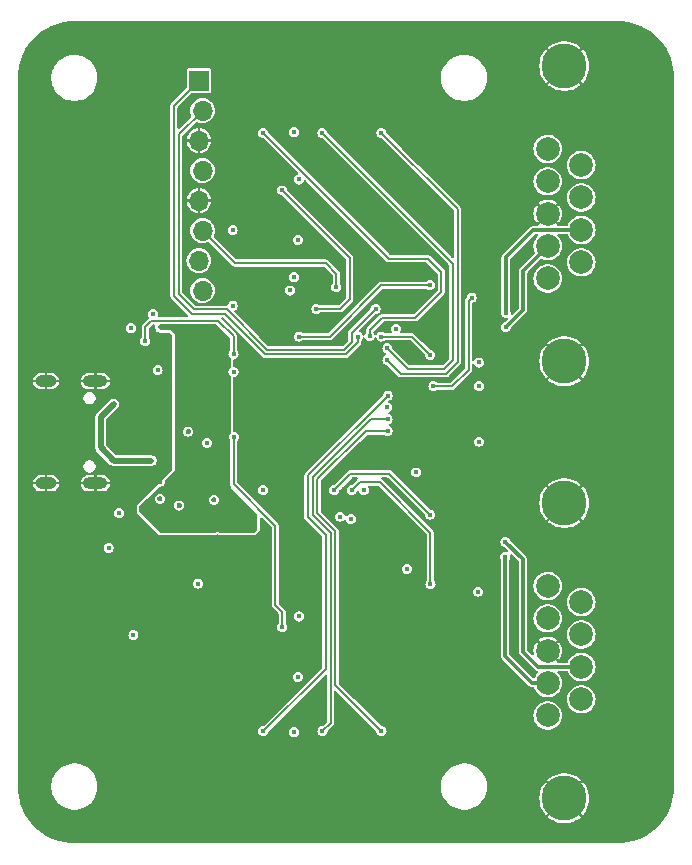
<source format=gbl>
G04 #@! TF.GenerationSoftware,KiCad,Pcbnew,8.0.5*
G04 #@! TF.CreationDate,2024-10-15T19:31:52+02:00*
G04 #@! TF.ProjectId,CANbardo,43414e62-6172-4646-9f2e-6b696361645f,Rev1*
G04 #@! TF.SameCoordinates,Original*
G04 #@! TF.FileFunction,Copper,L4,Bot*
G04 #@! TF.FilePolarity,Positive*
%FSLAX46Y46*%
G04 Gerber Fmt 4.6, Leading zero omitted, Abs format (unit mm)*
G04 Created by KiCad (PCBNEW 8.0.5) date 2024-10-15 19:31:52*
%MOMM*%
%LPD*%
G01*
G04 APERTURE LIST*
G04 #@! TA.AperFunction,ComponentPad*
%ADD10C,2.000000*%
G04 #@! TD*
G04 #@! TA.AperFunction,ComponentPad*
%ADD11C,3.810000*%
G04 #@! TD*
G04 #@! TA.AperFunction,ComponentPad*
%ADD12O,2.100000X1.000000*%
G04 #@! TD*
G04 #@! TA.AperFunction,ComponentPad*
%ADD13O,1.800000X1.000000*%
G04 #@! TD*
G04 #@! TA.AperFunction,ComponentPad*
%ADD14R,1.700000X1.700000*%
G04 #@! TD*
G04 #@! TA.AperFunction,ComponentPad*
%ADD15O,1.700000X1.700000*%
G04 #@! TD*
G04 #@! TA.AperFunction,ViaPad*
%ADD16C,0.450000*%
G04 #@! TD*
G04 #@! TA.AperFunction,Conductor*
%ADD17C,0.500000*%
G04 #@! TD*
G04 #@! TA.AperFunction,Conductor*
%ADD18C,0.200000*%
G04 #@! TD*
G04 #@! TA.AperFunction,Conductor*
%ADD19C,0.300000*%
G04 #@! TD*
G04 APERTURE END LIST*
D10*
X120078000Y-83986400D03*
X120078000Y-81243200D03*
X120078000Y-78500000D03*
X120078000Y-75756800D03*
X120078000Y-73013600D03*
X122922800Y-82614800D03*
X122922800Y-79871600D03*
X122922800Y-77128400D03*
X122922800Y-74385200D03*
D11*
X121475000Y-66003200D03*
X121475000Y-90996800D03*
D10*
X120078000Y-46986400D03*
X120078000Y-44243200D03*
X120078000Y-41500000D03*
X120078000Y-38756800D03*
X120078000Y-36013600D03*
X122922800Y-45614800D03*
X122922800Y-42871600D03*
X122922800Y-40128400D03*
X122922800Y-37385200D03*
D11*
X121475000Y-29003200D03*
X121475000Y-53996800D03*
D12*
X81780000Y-55680000D03*
D13*
X77600000Y-55680000D03*
D12*
X81780000Y-64320000D03*
D13*
X77600000Y-64320000D03*
D14*
X90550000Y-30225000D03*
D15*
X90850000Y-32765000D03*
X90550000Y-35305000D03*
X90850000Y-37845000D03*
X90550000Y-40385000D03*
X90850000Y-42925000D03*
X90550000Y-45465000D03*
X90850000Y-48005000D03*
D16*
X99025000Y-75600000D03*
X93475000Y-54900000D03*
X91225000Y-60900000D03*
X114275000Y-56100000D03*
X93400000Y-49275000D03*
X103400000Y-67350000D03*
X98250000Y-48000000D03*
X114175000Y-73500000D03*
X87050000Y-54750000D03*
X98925000Y-43700000D03*
X98600000Y-85400000D03*
X93400000Y-42900000D03*
X85000000Y-77200000D03*
X86675000Y-50000000D03*
X90450000Y-72812500D03*
X114275000Y-60800000D03*
X96000000Y-64900000D03*
X84800000Y-51200000D03*
X98600000Y-46875000D03*
X99025000Y-38600000D03*
X108950000Y-63400000D03*
X114250000Y-54100000D03*
X98925000Y-80700000D03*
X98600000Y-34600000D03*
X109450000Y-72900000D03*
X87225000Y-65635000D03*
X106525000Y-73730000D03*
X83175000Y-56350000D03*
X130000000Y-71000000D03*
X85125000Y-74750000D03*
X76000000Y-80000000D03*
X94750000Y-70675000D03*
X117150000Y-71250000D03*
X110850000Y-72800000D03*
X112200000Y-57900000D03*
X110200000Y-66200000D03*
X98200000Y-52000000D03*
X130000000Y-61000000D03*
X108150000Y-68225000D03*
X92700000Y-33925000D03*
X90450000Y-76675000D03*
X88400000Y-50050000D03*
X93050000Y-72550000D03*
X84500000Y-54825000D03*
X118375000Y-44800000D03*
X109000000Y-26000000D03*
X110650000Y-73500000D03*
X79875000Y-66825000D03*
X97600000Y-42875000D03*
X87350000Y-74750000D03*
X102800000Y-64850000D03*
X130000000Y-90000000D03*
X130000000Y-41000000D03*
X130000000Y-81000000D03*
X112325000Y-63410000D03*
X106525000Y-67875000D03*
X88875000Y-66200000D03*
X91800000Y-65725000D03*
X91000000Y-94000000D03*
X117200000Y-77675000D03*
X78750000Y-49025000D03*
X101300000Y-64800000D03*
X97000000Y-64900000D03*
X124000000Y-60000000D03*
X76000000Y-40000000D03*
X103500000Y-94000000D03*
X87225000Y-64185000D03*
X84500000Y-68000000D03*
X110900000Y-67250000D03*
X87975000Y-55750000D03*
X99450000Y-52450000D03*
X117275000Y-49000000D03*
X87350000Y-71325000D03*
X92125000Y-68875000D03*
X98000000Y-73850000D03*
X87225000Y-62625000D03*
X99000000Y-26000000D03*
X87625000Y-58950000D03*
X79225000Y-50025000D03*
X76000000Y-50000000D03*
X117000000Y-26000000D03*
X110800000Y-53200000D03*
X85725000Y-61525000D03*
X80000000Y-94000000D03*
X90700000Y-71325000D03*
X108700000Y-48100000D03*
X126000000Y-94000000D03*
X89650000Y-59950000D03*
X84875000Y-66425000D03*
X88050000Y-54350000D03*
X110925000Y-54100000D03*
X125000000Y-26000000D03*
X90000000Y-90000000D03*
X85700000Y-70600000D03*
X106525000Y-70810000D03*
X108150000Y-48825000D03*
X130000000Y-31000000D03*
X113900000Y-42400000D03*
X100070000Y-73730000D03*
X80000000Y-26000000D03*
X85900000Y-42125000D03*
X76000000Y-90000000D03*
X90000000Y-80000000D03*
X79000000Y-69331250D03*
X92100000Y-70600000D03*
X90000000Y-26000000D03*
X99000000Y-49250000D03*
X82000000Y-35000000D03*
X85000000Y-85000000D03*
X109650000Y-47000000D03*
X83075000Y-63550000D03*
X105200000Y-64800000D03*
X84500000Y-69475000D03*
X110000000Y-86000000D03*
X116000000Y-94000000D03*
X106600000Y-50900000D03*
X115000000Y-34000000D03*
X100060000Y-70830000D03*
X96200000Y-70675000D03*
X94100000Y-52300000D03*
X105500000Y-52400000D03*
X76000000Y-70000000D03*
X86181895Y-68790282D03*
X113900000Y-79400000D03*
X86475000Y-58475000D03*
X95000000Y-64900000D03*
X95750000Y-42250000D03*
X76000000Y-60000000D03*
X97600000Y-79875000D03*
X98500000Y-64900000D03*
X109400000Y-53800000D03*
X76000000Y-30000000D03*
X89125000Y-71325000D03*
X130000000Y-51000000D03*
X86520405Y-62400000D03*
X107225000Y-51250000D03*
X83330000Y-57600000D03*
X83330000Y-62400000D03*
X108150000Y-71575000D03*
X82900000Y-69800000D03*
X83800000Y-66850000D03*
X102175000Y-47725000D03*
X86075000Y-66425000D03*
X93900000Y-68200000D03*
X87300000Y-51125000D03*
X95125000Y-67325000D03*
X102500000Y-67150000D03*
X91510000Y-51490000D03*
X106500000Y-57900000D03*
X104500000Y-64900000D03*
X116490000Y-70550000D03*
X116500000Y-69275000D03*
X105500000Y-49550000D03*
X104000000Y-51900000D03*
X116515000Y-51125000D03*
X116515000Y-49875000D03*
X100500000Y-49550000D03*
X97600000Y-39525000D03*
X93500000Y-60400000D03*
X97600000Y-76525000D03*
X106525000Y-59900000D03*
X106000000Y-85325000D03*
X106525000Y-56900000D03*
X96000000Y-85325000D03*
X106000000Y-34675000D03*
X106500000Y-53900000D03*
X96000000Y-34675000D03*
X105000000Y-51875000D03*
X113635000Y-48600000D03*
X110400000Y-56100000D03*
X110100000Y-47555000D03*
X99000000Y-51900000D03*
X110125000Y-53450000D03*
X106000000Y-51900000D03*
X110150000Y-72870000D03*
X103500000Y-64900000D03*
X102000000Y-64900000D03*
X110125000Y-66975000D03*
X101000000Y-85325000D03*
X106525000Y-58900000D03*
X101000000Y-34675000D03*
X106500000Y-52900000D03*
X86000000Y-52300000D03*
X93475000Y-53400000D03*
D17*
X82225000Y-61295000D02*
X83330000Y-62400000D01*
X82225000Y-58705000D02*
X82225000Y-61295000D01*
X83330000Y-62400000D02*
X86520405Y-62400000D01*
X83330000Y-57600000D02*
X82225000Y-58705000D01*
D18*
X93600000Y-45675000D02*
X90850000Y-42925000D01*
X101275000Y-45675000D02*
X93600000Y-45675000D01*
X102175000Y-46575000D02*
X101275000Y-45675000D01*
X102175000Y-47725000D02*
X102175000Y-46575000D01*
D17*
X87300000Y-51125000D02*
X88425000Y-51125000D01*
D19*
X116490000Y-78965000D02*
X118768200Y-81243200D01*
X116490000Y-70550000D02*
X116490000Y-78965000D01*
X118768200Y-81243200D02*
X120078000Y-81243200D01*
X119271600Y-79871600D02*
X117975000Y-78575000D01*
X122922800Y-79871600D02*
X119271600Y-79871600D01*
X117975000Y-78575000D02*
X117975000Y-70750000D01*
X117975000Y-70750000D02*
X116500000Y-69275000D01*
D18*
X90100000Y-49575000D02*
X88825000Y-48300000D01*
X102809314Y-53000000D02*
X96325000Y-53000000D01*
X96325000Y-53000000D02*
X92900000Y-49575000D01*
X92900000Y-49575000D02*
X90100000Y-49575000D01*
X105500000Y-49550000D02*
X103475000Y-51575000D01*
X88825000Y-48300000D02*
X88825000Y-34790000D01*
X103475000Y-52334314D02*
X102809314Y-53000000D01*
X88825000Y-34790000D02*
X90850000Y-32765000D01*
X103475000Y-51575000D02*
X103475000Y-52334314D01*
X104000000Y-52375000D02*
X104000000Y-51900000D01*
X88425000Y-32350000D02*
X88425000Y-48475000D01*
X89925000Y-49975000D02*
X92734314Y-49975000D01*
X96159314Y-53400000D02*
X102975000Y-53400000D01*
X102975000Y-53400000D02*
X104000000Y-52375000D01*
X90550000Y-30225000D02*
X88425000Y-32350000D01*
X92734314Y-49975000D02*
X96159314Y-53400000D01*
X88425000Y-48475000D02*
X89925000Y-49975000D01*
D19*
X120078000Y-44243200D02*
X118000000Y-46321200D01*
X118000000Y-46321200D02*
X118000000Y-49640000D01*
X118000000Y-49640000D02*
X116515000Y-51125000D01*
X118853400Y-42871600D02*
X116515000Y-45210000D01*
X116515000Y-45210000D02*
X116515000Y-49875000D01*
X122922800Y-42871600D02*
X118853400Y-42871600D01*
D18*
X102475000Y-49550000D02*
X103325000Y-48700000D01*
X103325000Y-48700000D02*
X103325000Y-45250000D01*
X103325000Y-45250000D02*
X97600000Y-39525000D01*
X100500000Y-49550000D02*
X102475000Y-49550000D01*
X97025000Y-74650000D02*
X97600000Y-75225000D01*
X97025000Y-67950000D02*
X97025000Y-74650000D01*
X93500000Y-64425000D02*
X97025000Y-67950000D01*
X97600000Y-75225000D02*
X97600000Y-76525000D01*
X93500000Y-60400000D02*
X93500000Y-64425000D01*
X106000000Y-85325000D02*
X102100000Y-81425000D01*
X102100000Y-68393628D02*
X100575000Y-66868628D01*
X100575000Y-66868628D02*
X100575000Y-63981372D01*
X100575000Y-63981372D02*
X104656372Y-59900000D01*
X102100000Y-81425000D02*
X102100000Y-68393628D01*
X104656372Y-59900000D02*
X106525000Y-59900000D01*
X99775000Y-67200000D02*
X99775000Y-63650000D01*
X101300000Y-80025000D02*
X101300000Y-68725000D01*
X101300000Y-68725000D02*
X99775000Y-67200000D01*
X99775000Y-63650000D02*
X106525000Y-56900000D01*
X96000000Y-85325000D02*
X101300000Y-80025000D01*
X111440686Y-55050000D02*
X112450000Y-54040686D01*
X112450000Y-41125000D02*
X106000000Y-34675000D01*
X112450000Y-54040686D02*
X112450000Y-41125000D01*
X107650000Y-55050000D02*
X111440686Y-55050000D01*
X106500000Y-53900000D02*
X107650000Y-55050000D01*
X111075000Y-46425000D02*
X111075000Y-48100000D01*
X106075000Y-50300000D02*
X105000000Y-51375000D01*
X106650000Y-45325000D02*
X109975000Y-45325000D01*
X111075000Y-48100000D02*
X108875000Y-50300000D01*
X108875000Y-50300000D02*
X106075000Y-50300000D01*
X109975000Y-45325000D02*
X111075000Y-46425000D01*
X105000000Y-51375000D02*
X105000000Y-51875000D01*
X96000000Y-34675000D02*
X106650000Y-45325000D01*
X110400000Y-56100000D02*
X112000000Y-56100000D01*
X113375000Y-54725000D02*
X113375000Y-48860000D01*
X112000000Y-56100000D02*
X113375000Y-54725000D01*
X113375000Y-48860000D02*
X113635000Y-48600000D01*
X110100000Y-47555000D02*
X105970000Y-47555000D01*
X105970000Y-47555000D02*
X101625000Y-51900000D01*
X101625000Y-51900000D02*
X99000000Y-51900000D01*
X108575000Y-51900000D02*
X110125000Y-53450000D01*
X106000000Y-51900000D02*
X108575000Y-51900000D01*
X104150000Y-64250000D02*
X105850000Y-64250000D01*
X105850000Y-64250000D02*
X110150000Y-68550000D01*
X103500000Y-64900000D02*
X104150000Y-64250000D01*
X110150000Y-68550000D02*
X110150000Y-72870000D01*
X103380000Y-63520000D02*
X106670000Y-63520000D01*
X106670000Y-63520000D02*
X110125000Y-66975000D01*
X102000000Y-64900000D02*
X103380000Y-63520000D01*
X100175000Y-63815686D02*
X105090686Y-58900000D01*
X105090686Y-58900000D02*
X106525000Y-58900000D01*
X101000000Y-85325000D02*
X101700000Y-84625000D01*
X101700000Y-84625000D02*
X101700000Y-68559314D01*
X100175000Y-67034314D02*
X100175000Y-63815686D01*
X101700000Y-68559314D02*
X100175000Y-67034314D01*
X108250000Y-54650000D02*
X111275000Y-54650000D01*
X111275000Y-54650000D02*
X112050000Y-53875000D01*
X106500000Y-52900000D02*
X108250000Y-54650000D01*
X112050000Y-45725000D02*
X101000000Y-34675000D01*
X112050000Y-53875000D02*
X112050000Y-45725000D01*
X92175000Y-50575000D02*
X86525000Y-50575000D01*
X86525000Y-50575000D02*
X86000000Y-51100000D01*
X93475000Y-53400000D02*
X93475000Y-51875000D01*
X86000000Y-51100000D02*
X86000000Y-52300000D01*
X93475000Y-51875000D02*
X92175000Y-50575000D01*
G04 #@! TA.AperFunction,Conductor*
G36*
X117068783Y-70339466D02*
G01*
X117068784Y-70339466D01*
X117595504Y-70866186D01*
X117623281Y-70920703D01*
X117624500Y-70936190D01*
X117624500Y-78621146D01*
X117637885Y-78671097D01*
X117637885Y-78671099D01*
X117637886Y-78671099D01*
X117637886Y-78671100D01*
X117648386Y-78710288D01*
X117694530Y-78790212D01*
X118991131Y-80086812D01*
X118991130Y-80086812D01*
X119056387Y-80152068D01*
X119056389Y-80152070D01*
X119105302Y-80180310D01*
X119136312Y-80198214D01*
X119197983Y-80214738D01*
X119249297Y-80248062D01*
X119271223Y-80305184D01*
X119255387Y-80364284D01*
X119239055Y-80383526D01*
X119187022Y-80430960D01*
X119052943Y-80608509D01*
X119052938Y-80608518D01*
X118973411Y-80768229D01*
X118930548Y-80811892D01*
X118870207Y-80822021D01*
X118815436Y-80794748D01*
X118814786Y-80794105D01*
X116869496Y-78848814D01*
X116841719Y-78794297D01*
X116840500Y-78778810D01*
X116840500Y-70823117D01*
X116851291Y-70778172D01*
X116899717Y-70683129D01*
X116899718Y-70683127D01*
X116899719Y-70683126D01*
X116920804Y-70550000D01*
X116900999Y-70424956D01*
X116910570Y-70364525D01*
X116953835Y-70321260D01*
X117014267Y-70311689D01*
X117068783Y-70339466D01*
G37*
G04 #@! TD.AperFunction*
G04 #@! TA.AperFunction,Conductor*
G36*
X88928347Y-65985706D02*
G01*
X88957801Y-65995277D01*
X88991952Y-66012678D01*
X89017011Y-66030883D01*
X89044116Y-66057988D01*
X89062321Y-66083047D01*
X89068122Y-66094432D01*
X89068124Y-66094435D01*
X89079721Y-66117196D01*
X89089292Y-66146651D01*
X89095289Y-66184510D01*
X89095289Y-66215487D01*
X89089293Y-66253343D01*
X89079721Y-66282800D01*
X89062319Y-66316953D01*
X89044114Y-66342012D01*
X89017012Y-66369114D01*
X88991953Y-66387319D01*
X88957800Y-66404721D01*
X88928343Y-66414293D01*
X88890487Y-66420289D01*
X88859512Y-66420289D01*
X88821654Y-66414293D01*
X88792195Y-66404721D01*
X88758046Y-66387321D01*
X88732988Y-66369116D01*
X88705883Y-66342011D01*
X88687678Y-66316952D01*
X88670277Y-66282801D01*
X88660706Y-66253347D01*
X88654709Y-66215481D01*
X88654709Y-66184518D01*
X88660706Y-66146648D01*
X88670277Y-66117196D01*
X88685413Y-66087489D01*
X88687677Y-66083045D01*
X88705882Y-66057988D01*
X88732989Y-66030880D01*
X88758046Y-66012677D01*
X88792196Y-65995277D01*
X88821648Y-65985706D01*
X88859518Y-65979709D01*
X88890481Y-65979709D01*
X88928347Y-65985706D01*
G37*
G04 #@! TD.AperFunction*
G04 #@! TA.AperFunction,Conductor*
G36*
X91853347Y-65510706D02*
G01*
X91882801Y-65520277D01*
X91916952Y-65537678D01*
X91942011Y-65555883D01*
X91969116Y-65582988D01*
X91987322Y-65608049D01*
X92004721Y-65642198D01*
X92014292Y-65671654D01*
X92020288Y-65709512D01*
X92020288Y-65740485D01*
X92014292Y-65778345D01*
X92004721Y-65807804D01*
X91987323Y-65841950D01*
X91969117Y-65867009D01*
X91942010Y-65894116D01*
X91916949Y-65912322D01*
X91882800Y-65929721D01*
X91853346Y-65939292D01*
X91821162Y-65944390D01*
X91815487Y-65945289D01*
X91784512Y-65945289D01*
X91746654Y-65939293D01*
X91717195Y-65929721D01*
X91683046Y-65912321D01*
X91657988Y-65894116D01*
X91630883Y-65867011D01*
X91612678Y-65841952D01*
X91595277Y-65807801D01*
X91585706Y-65778345D01*
X91579709Y-65740481D01*
X91579709Y-65709518D01*
X91585706Y-65671648D01*
X91595277Y-65642196D01*
X91612677Y-65608046D01*
X91630882Y-65582988D01*
X91657989Y-65555880D01*
X91683046Y-65537677D01*
X91717196Y-65520277D01*
X91746648Y-65510706D01*
X91784518Y-65504709D01*
X91815481Y-65504709D01*
X91853347Y-65510706D01*
G37*
G04 #@! TD.AperFunction*
G04 #@! TA.AperFunction,Conductor*
G36*
X87278347Y-65420706D02*
G01*
X87307801Y-65430277D01*
X87341952Y-65447678D01*
X87367011Y-65465883D01*
X87394116Y-65492988D01*
X87412321Y-65518046D01*
X87429721Y-65552195D01*
X87439292Y-65581652D01*
X87444826Y-65616590D01*
X87445289Y-65619509D01*
X87445289Y-65650486D01*
X87439292Y-65688345D01*
X87429726Y-65717791D01*
X87426059Y-65724990D01*
X87426053Y-65725002D01*
X87412319Y-65751955D01*
X87394114Y-65777012D01*
X87367012Y-65804114D01*
X87341953Y-65822319D01*
X87307800Y-65839721D01*
X87278343Y-65849293D01*
X87240487Y-65855289D01*
X87209512Y-65855289D01*
X87171654Y-65849293D01*
X87142195Y-65839721D01*
X87108046Y-65822321D01*
X87082988Y-65804116D01*
X87055883Y-65777011D01*
X87037678Y-65751952D01*
X87020277Y-65717801D01*
X87010706Y-65688345D01*
X87004709Y-65650481D01*
X87004710Y-65619511D01*
X87006526Y-65608049D01*
X87010706Y-65581652D01*
X87020277Y-65552196D01*
X87037677Y-65518046D01*
X87055882Y-65492988D01*
X87082989Y-65465880D01*
X87108046Y-65447677D01*
X87142196Y-65430277D01*
X87171648Y-65420706D01*
X87209518Y-65414709D01*
X87240481Y-65414709D01*
X87278347Y-65420706D01*
G37*
G04 #@! TD.AperFunction*
G04 #@! TA.AperFunction,Conductor*
G36*
X89703347Y-59735706D02*
G01*
X89732801Y-59745277D01*
X89766952Y-59762678D01*
X89792011Y-59780883D01*
X89819116Y-59807988D01*
X89837321Y-59833046D01*
X89854721Y-59867195D01*
X89864293Y-59896654D01*
X89870289Y-59934512D01*
X89870289Y-59965487D01*
X89864293Y-60003343D01*
X89854721Y-60032800D01*
X89837319Y-60066953D01*
X89819114Y-60092012D01*
X89792010Y-60119116D01*
X89766949Y-60137322D01*
X89732800Y-60154721D01*
X89703346Y-60164292D01*
X89671162Y-60169390D01*
X89665487Y-60170289D01*
X89634512Y-60170289D01*
X89596654Y-60164293D01*
X89567195Y-60154721D01*
X89533046Y-60137321D01*
X89507988Y-60119116D01*
X89480883Y-60092011D01*
X89462678Y-60066952D01*
X89445277Y-60032801D01*
X89435706Y-60003347D01*
X89429709Y-59965481D01*
X89429709Y-59934518D01*
X89435706Y-59896648D01*
X89445277Y-59867196D01*
X89462677Y-59833046D01*
X89480882Y-59807988D01*
X89507989Y-59780880D01*
X89533046Y-59762677D01*
X89567196Y-59745277D01*
X89596648Y-59735706D01*
X89634518Y-59729709D01*
X89665481Y-59729709D01*
X89703347Y-59735706D01*
G37*
G04 #@! TD.AperFunction*
G04 #@! TA.AperFunction,Conductor*
G36*
X119218775Y-43241007D02*
G01*
X119254739Y-43290507D01*
X119254739Y-43351693D01*
X119227281Y-43394260D01*
X119187019Y-43430964D01*
X119175074Y-43446782D01*
X119052943Y-43608509D01*
X119052938Y-43608518D01*
X118956255Y-43802683D01*
X118953771Y-43807672D01*
X118892885Y-44021664D01*
X118872357Y-44243200D01*
X118892885Y-44464736D01*
X118913034Y-44535553D01*
X118953772Y-44678730D01*
X118986182Y-44743819D01*
X118995195Y-44804337D01*
X118967565Y-44857950D01*
X117719532Y-46105985D01*
X117697020Y-46144978D01*
X117697019Y-46144979D01*
X117673387Y-46185909D01*
X117673386Y-46185911D01*
X117673386Y-46185912D01*
X117656351Y-46249490D01*
X117649500Y-46275057D01*
X117649500Y-49453809D01*
X117630593Y-49512000D01*
X117620504Y-49523813D01*
X117100370Y-50043946D01*
X117045853Y-50071723D01*
X116985421Y-50062152D01*
X116942156Y-50018887D01*
X116932585Y-49958458D01*
X116945804Y-49875000D01*
X116924719Y-49741874D01*
X116920967Y-49734511D01*
X116876290Y-49646826D01*
X116865500Y-49601881D01*
X116865500Y-45396190D01*
X116884407Y-45337999D01*
X116894496Y-45326186D01*
X118969586Y-43251096D01*
X119024103Y-43223319D01*
X119039590Y-43222100D01*
X119160584Y-43222100D01*
X119218775Y-43241007D01*
G37*
G04 #@! TD.AperFunction*
G04 #@! TA.AperFunction,Conductor*
G36*
X126002152Y-25200593D02*
G01*
X126414000Y-25218576D01*
X126422580Y-25219326D01*
X126829140Y-25272851D01*
X126837645Y-25274351D01*
X126952577Y-25299830D01*
X127237990Y-25363105D01*
X127246305Y-25365332D01*
X127637403Y-25488645D01*
X127645519Y-25491599D01*
X128024372Y-25648526D01*
X128032184Y-25652168D01*
X128395910Y-25841512D01*
X128403390Y-25845830D01*
X128749240Y-26066161D01*
X128756314Y-26071115D01*
X129081626Y-26320736D01*
X129088242Y-26326287D01*
X129390571Y-26603320D01*
X129396679Y-26609428D01*
X129673712Y-26911757D01*
X129679263Y-26918373D01*
X129928884Y-27243685D01*
X129933838Y-27250759D01*
X130154169Y-27596609D01*
X130158487Y-27604089D01*
X130347827Y-27967808D01*
X130351477Y-27975635D01*
X130508400Y-28354480D01*
X130511354Y-28362596D01*
X130634662Y-28753678D01*
X130636897Y-28762021D01*
X130725648Y-29162354D01*
X130727148Y-29170859D01*
X130780671Y-29577407D01*
X130781424Y-29586010D01*
X130799406Y-29997846D01*
X130799500Y-30002165D01*
X130799500Y-89997834D01*
X130799406Y-90002153D01*
X130781424Y-90413989D01*
X130780671Y-90422592D01*
X130727148Y-90829140D01*
X130725648Y-90837645D01*
X130636897Y-91237978D01*
X130634662Y-91246321D01*
X130511354Y-91637403D01*
X130508400Y-91645519D01*
X130351477Y-92024364D01*
X130347827Y-92032191D01*
X130158487Y-92395910D01*
X130154169Y-92403390D01*
X129933838Y-92749240D01*
X129928884Y-92756314D01*
X129679263Y-93081626D01*
X129673712Y-93088242D01*
X129396679Y-93390571D01*
X129390571Y-93396679D01*
X129088242Y-93673712D01*
X129081626Y-93679263D01*
X128756314Y-93928884D01*
X128749240Y-93933838D01*
X128403390Y-94154169D01*
X128395910Y-94158487D01*
X128032191Y-94347827D01*
X128024364Y-94351477D01*
X127645519Y-94508400D01*
X127637403Y-94511354D01*
X127246321Y-94634662D01*
X127237978Y-94636897D01*
X126837645Y-94725648D01*
X126829140Y-94727148D01*
X126422592Y-94780671D01*
X126413989Y-94781424D01*
X126046120Y-94797486D01*
X126002151Y-94799406D01*
X125997835Y-94799500D01*
X80002165Y-94799500D01*
X79997848Y-94799406D01*
X79949150Y-94797279D01*
X79586010Y-94781424D01*
X79577407Y-94780671D01*
X79170859Y-94727148D01*
X79162354Y-94725648D01*
X78762021Y-94636897D01*
X78753678Y-94634662D01*
X78362596Y-94511354D01*
X78354480Y-94508400D01*
X77975635Y-94351477D01*
X77967808Y-94347827D01*
X77604089Y-94158487D01*
X77596609Y-94154169D01*
X77250759Y-93933838D01*
X77243685Y-93928884D01*
X76918373Y-93679263D01*
X76911757Y-93673712D01*
X76609428Y-93396679D01*
X76603320Y-93390571D01*
X76326287Y-93088242D01*
X76320736Y-93081626D01*
X76071115Y-92756314D01*
X76066161Y-92749240D01*
X75845830Y-92403390D01*
X75841512Y-92395910D01*
X75652172Y-92032191D01*
X75648522Y-92024364D01*
X75617926Y-91950500D01*
X75491599Y-91645519D01*
X75488645Y-91637403D01*
X75435740Y-91469610D01*
X75365332Y-91246305D01*
X75363105Y-91237990D01*
X75280312Y-90864535D01*
X75274351Y-90837645D01*
X75272851Y-90829140D01*
X75219326Y-90422580D01*
X75218576Y-90414000D01*
X75200594Y-90002152D01*
X75200500Y-89997834D01*
X75200500Y-89872156D01*
X78049500Y-89872156D01*
X78049500Y-90127843D01*
X78082873Y-90381332D01*
X78082873Y-90381337D01*
X78149050Y-90628314D01*
X78246892Y-90864527D01*
X78246894Y-90864531D01*
X78246896Y-90864535D01*
X78364445Y-91068135D01*
X78374741Y-91085968D01*
X78530384Y-91288806D01*
X78530386Y-91288808D01*
X78530390Y-91288813D01*
X78711187Y-91469610D01*
X78711191Y-91469613D01*
X78711193Y-91469615D01*
X78731452Y-91485160D01*
X78914035Y-91625261D01*
X79135465Y-91753104D01*
X79371687Y-91850950D01*
X79618660Y-91917126D01*
X79872157Y-91950500D01*
X79872158Y-91950500D01*
X80127842Y-91950500D01*
X80127843Y-91950500D01*
X80381340Y-91917126D01*
X80628313Y-91850950D01*
X80864535Y-91753104D01*
X81085965Y-91625261D01*
X81288813Y-91469610D01*
X81469610Y-91288813D01*
X81625261Y-91085965D01*
X81753104Y-90864535D01*
X81850950Y-90628313D01*
X81917126Y-90381340D01*
X81950500Y-90127843D01*
X81950500Y-89872157D01*
X81950500Y-89872156D01*
X111049500Y-89872156D01*
X111049500Y-90127843D01*
X111082873Y-90381332D01*
X111082873Y-90381337D01*
X111149050Y-90628314D01*
X111246892Y-90864527D01*
X111246894Y-90864531D01*
X111246896Y-90864535D01*
X111364445Y-91068135D01*
X111374741Y-91085968D01*
X111530384Y-91288806D01*
X111530386Y-91288808D01*
X111530390Y-91288813D01*
X111711187Y-91469610D01*
X111711191Y-91469613D01*
X111711193Y-91469615D01*
X111731452Y-91485160D01*
X111914035Y-91625261D01*
X112135465Y-91753104D01*
X112371687Y-91850950D01*
X112618660Y-91917126D01*
X112872157Y-91950500D01*
X112872158Y-91950500D01*
X113127842Y-91950500D01*
X113127843Y-91950500D01*
X113381340Y-91917126D01*
X113628313Y-91850950D01*
X113864535Y-91753104D01*
X114085965Y-91625261D01*
X114288813Y-91469610D01*
X114469610Y-91288813D01*
X114625261Y-91085965D01*
X114676743Y-90996796D01*
X119365081Y-90996796D01*
X119365081Y-90996803D01*
X119384732Y-91284097D01*
X119384734Y-91284106D01*
X119443321Y-91566044D01*
X119539759Y-91837395D01*
X119672246Y-92093084D01*
X119838305Y-92328335D01*
X119838317Y-92328350D01*
X119917375Y-92413001D01*
X120236855Y-92093521D01*
X120378276Y-92234942D01*
X120056674Y-92556545D01*
X120258251Y-92720539D01*
X120258257Y-92720543D01*
X120504295Y-92870163D01*
X120504307Y-92870170D01*
X120768426Y-92984891D01*
X121045720Y-93062586D01*
X121045729Y-93062588D01*
X121331014Y-93101799D01*
X121331020Y-93101800D01*
X121618980Y-93101800D01*
X121618985Y-93101799D01*
X121904270Y-93062588D01*
X121904279Y-93062586D01*
X122181573Y-92984891D01*
X122445692Y-92870170D01*
X122445704Y-92870163D01*
X122691742Y-92720543D01*
X122691758Y-92720532D01*
X122893324Y-92556546D01*
X122571722Y-92234944D01*
X122713144Y-92093522D01*
X123032623Y-92413001D01*
X123111688Y-92328342D01*
X123111694Y-92328335D01*
X123277752Y-92093084D01*
X123277753Y-92093084D01*
X123410240Y-91837395D01*
X123506678Y-91566044D01*
X123565265Y-91284106D01*
X123565267Y-91284097D01*
X123584919Y-90996803D01*
X123584919Y-90996796D01*
X123565267Y-90709502D01*
X123565265Y-90709493D01*
X123506678Y-90427555D01*
X123410240Y-90156204D01*
X123277753Y-89900515D01*
X123111694Y-89665264D01*
X123111682Y-89665249D01*
X123032623Y-89580597D01*
X122713143Y-89900077D01*
X122571721Y-89758655D01*
X122893324Y-89437053D01*
X122691756Y-89273066D01*
X122691742Y-89273056D01*
X122445704Y-89123436D01*
X122445692Y-89123429D01*
X122181573Y-89008708D01*
X121904279Y-88931013D01*
X121904270Y-88931011D01*
X121618985Y-88891800D01*
X121331014Y-88891800D01*
X121045729Y-88931011D01*
X121045720Y-88931013D01*
X120768426Y-89008708D01*
X120504307Y-89123429D01*
X120504295Y-89123436D01*
X120258257Y-89273056D01*
X120258243Y-89273066D01*
X120056673Y-89437052D01*
X120378277Y-89758656D01*
X120236856Y-89900078D01*
X119917375Y-89580597D01*
X119838308Y-89665260D01*
X119672247Y-89900515D01*
X119672246Y-89900515D01*
X119539759Y-90156204D01*
X119443321Y-90427555D01*
X119384734Y-90709493D01*
X119384732Y-90709502D01*
X119365081Y-90996796D01*
X114676743Y-90996796D01*
X114753104Y-90864535D01*
X114850950Y-90628313D01*
X114917126Y-90381340D01*
X114950500Y-90127843D01*
X114950500Y-89872157D01*
X114917126Y-89618660D01*
X114850950Y-89371687D01*
X114753104Y-89135465D01*
X114625261Y-88914035D01*
X114625258Y-88914031D01*
X114469615Y-88711193D01*
X114469613Y-88711191D01*
X114469610Y-88711187D01*
X114288813Y-88530390D01*
X114288808Y-88530386D01*
X114288806Y-88530384D01*
X114085968Y-88374741D01*
X114085965Y-88374739D01*
X113864535Y-88246896D01*
X113864531Y-88246894D01*
X113864527Y-88246892D01*
X113628314Y-88149050D01*
X113519413Y-88119870D01*
X113381340Y-88082874D01*
X113381337Y-88082873D01*
X113381335Y-88082873D01*
X113127843Y-88049500D01*
X112872157Y-88049500D01*
X112872156Y-88049500D01*
X112618667Y-88082873D01*
X112618662Y-88082873D01*
X112371685Y-88149050D01*
X112135472Y-88246892D01*
X111914031Y-88374741D01*
X111711193Y-88530384D01*
X111530384Y-88711193D01*
X111374741Y-88914031D01*
X111246892Y-89135472D01*
X111149050Y-89371685D01*
X111082873Y-89618662D01*
X111082873Y-89618667D01*
X111049500Y-89872156D01*
X81950500Y-89872156D01*
X81917126Y-89618660D01*
X81850950Y-89371687D01*
X81753104Y-89135465D01*
X81625261Y-88914035D01*
X81625258Y-88914031D01*
X81469615Y-88711193D01*
X81469613Y-88711191D01*
X81469610Y-88711187D01*
X81288813Y-88530390D01*
X81288808Y-88530386D01*
X81288806Y-88530384D01*
X81085968Y-88374741D01*
X81085965Y-88374739D01*
X80864535Y-88246896D01*
X80864531Y-88246894D01*
X80864527Y-88246892D01*
X80628314Y-88149050D01*
X80519413Y-88119870D01*
X80381340Y-88082874D01*
X80381337Y-88082873D01*
X80381335Y-88082873D01*
X80127843Y-88049500D01*
X79872157Y-88049500D01*
X79872156Y-88049500D01*
X79618667Y-88082873D01*
X79618662Y-88082873D01*
X79371685Y-88149050D01*
X79135472Y-88246892D01*
X78914031Y-88374741D01*
X78711193Y-88530384D01*
X78530384Y-88711193D01*
X78374741Y-88914031D01*
X78246892Y-89135472D01*
X78149050Y-89371685D01*
X78082873Y-89618662D01*
X78082873Y-89618667D01*
X78049500Y-89872156D01*
X75200500Y-89872156D01*
X75200500Y-85324999D01*
X95569196Y-85324999D01*
X95569196Y-85325000D01*
X95590281Y-85458127D01*
X95590282Y-85458129D01*
X95651470Y-85578217D01*
X95651472Y-85578220D01*
X95746780Y-85673528D01*
X95866874Y-85734719D01*
X96000000Y-85755804D01*
X96133126Y-85734719D01*
X96253220Y-85673528D01*
X96348528Y-85578220D01*
X96409719Y-85458126D01*
X96418925Y-85399999D01*
X98169196Y-85399999D01*
X98169196Y-85400000D01*
X98190281Y-85533127D01*
X98190282Y-85533129D01*
X98251470Y-85653217D01*
X98251472Y-85653220D01*
X98346780Y-85748528D01*
X98466874Y-85809719D01*
X98600000Y-85830804D01*
X98733126Y-85809719D01*
X98853220Y-85748528D01*
X98948528Y-85653220D01*
X99009719Y-85533126D01*
X99030804Y-85400000D01*
X99009719Y-85266874D01*
X98948528Y-85146780D01*
X98853220Y-85051472D01*
X98853217Y-85051470D01*
X98733129Y-84990282D01*
X98733127Y-84990281D01*
X98600000Y-84969196D01*
X98466872Y-84990281D01*
X98466870Y-84990282D01*
X98346782Y-85051470D01*
X98251470Y-85146782D01*
X98190282Y-85266870D01*
X98190281Y-85266872D01*
X98169196Y-85399999D01*
X96418925Y-85399999D01*
X96426869Y-85349839D01*
X96454646Y-85295324D01*
X101230497Y-80519472D01*
X101285013Y-80491697D01*
X101345445Y-80501268D01*
X101388710Y-80544533D01*
X101399500Y-80589478D01*
X101399500Y-84459521D01*
X101380593Y-84517712D01*
X101370503Y-84529525D01*
X101029675Y-84870352D01*
X100975160Y-84898129D01*
X100866872Y-84915281D01*
X100866870Y-84915282D01*
X100746782Y-84976470D01*
X100651470Y-85071782D01*
X100590282Y-85191870D01*
X100590281Y-85191872D01*
X100569196Y-85324999D01*
X100569196Y-85325000D01*
X100590281Y-85458127D01*
X100590282Y-85458129D01*
X100651470Y-85578217D01*
X100651472Y-85578220D01*
X100746780Y-85673528D01*
X100866874Y-85734719D01*
X101000000Y-85755804D01*
X101133126Y-85734719D01*
X101253220Y-85673528D01*
X101348528Y-85578220D01*
X101409719Y-85458126D01*
X101426869Y-85349839D01*
X101454646Y-85295324D01*
X101684324Y-85065646D01*
X101940460Y-84809511D01*
X101946739Y-84798636D01*
X101980021Y-84740989D01*
X102000500Y-84664562D01*
X102000500Y-81989479D01*
X102019407Y-81931288D01*
X102068907Y-81895324D01*
X102130093Y-81895324D01*
X102169504Y-81919475D01*
X105545352Y-85295323D01*
X105573129Y-85349839D01*
X105590281Y-85458127D01*
X105590282Y-85458129D01*
X105651470Y-85578217D01*
X105651472Y-85578220D01*
X105746780Y-85673528D01*
X105866874Y-85734719D01*
X106000000Y-85755804D01*
X106133126Y-85734719D01*
X106253220Y-85673528D01*
X106348528Y-85578220D01*
X106409719Y-85458126D01*
X106430804Y-85325000D01*
X106430006Y-85319964D01*
X106421597Y-85266870D01*
X106409719Y-85191874D01*
X106348528Y-85071780D01*
X106253220Y-84976472D01*
X106253217Y-84976470D01*
X106133129Y-84915282D01*
X106133127Y-84915281D01*
X106024839Y-84898129D01*
X105970323Y-84870352D01*
X105086371Y-83986400D01*
X118872357Y-83986400D01*
X118892885Y-84207936D01*
X118953771Y-84421928D01*
X119052942Y-84621089D01*
X119187019Y-84798636D01*
X119351438Y-84948524D01*
X119540599Y-85065647D01*
X119748060Y-85146018D01*
X119966757Y-85186900D01*
X120189243Y-85186900D01*
X120407940Y-85146018D01*
X120615401Y-85065647D01*
X120804562Y-84948524D01*
X120968981Y-84798636D01*
X121103058Y-84621089D01*
X121202229Y-84421928D01*
X121263115Y-84207936D01*
X121283643Y-83986400D01*
X121263115Y-83764864D01*
X121202229Y-83550872D01*
X121103058Y-83351711D01*
X120968981Y-83174164D01*
X120804562Y-83024276D01*
X120615401Y-82907153D01*
X120407940Y-82826782D01*
X120407939Y-82826781D01*
X120407937Y-82826781D01*
X120189243Y-82785900D01*
X119966757Y-82785900D01*
X119748062Y-82826781D01*
X119723401Y-82836335D01*
X119540599Y-82907153D01*
X119351438Y-83024276D01*
X119187020Y-83174163D01*
X119052943Y-83351709D01*
X119052938Y-83351718D01*
X119015434Y-83427036D01*
X118953771Y-83550872D01*
X118892885Y-83764864D01*
X118872357Y-83986400D01*
X105086371Y-83986400D01*
X103714771Y-82614800D01*
X121717157Y-82614800D01*
X121737685Y-82836336D01*
X121798571Y-83050328D01*
X121897742Y-83249489D01*
X122031819Y-83427036D01*
X122196238Y-83576924D01*
X122385399Y-83694047D01*
X122592860Y-83774418D01*
X122811557Y-83815300D01*
X123034043Y-83815300D01*
X123252740Y-83774418D01*
X123460201Y-83694047D01*
X123649362Y-83576924D01*
X123813781Y-83427036D01*
X123947858Y-83249489D01*
X124047029Y-83050328D01*
X124107915Y-82836336D01*
X124128443Y-82614800D01*
X124107915Y-82393264D01*
X124047029Y-82179272D01*
X123947858Y-81980111D01*
X123813781Y-81802564D01*
X123649362Y-81652676D01*
X123460201Y-81535553D01*
X123252740Y-81455182D01*
X123252739Y-81455181D01*
X123252737Y-81455181D01*
X123034043Y-81414300D01*
X122811557Y-81414300D01*
X122592862Y-81455181D01*
X122584522Y-81458412D01*
X122385399Y-81535553D01*
X122291488Y-81593700D01*
X122196238Y-81652676D01*
X122031820Y-81802563D01*
X121897743Y-81980109D01*
X121897738Y-81980118D01*
X121893077Y-81989479D01*
X121798571Y-82179272D01*
X121737685Y-82393264D01*
X121717157Y-82614800D01*
X103714771Y-82614800D01*
X102429496Y-81329525D01*
X102401719Y-81275008D01*
X102400500Y-81259521D01*
X102400500Y-73499999D01*
X113744196Y-73499999D01*
X113744196Y-73500000D01*
X113765281Y-73633127D01*
X113765282Y-73633129D01*
X113825095Y-73750518D01*
X113826472Y-73753220D01*
X113921780Y-73848528D01*
X114041874Y-73909719D01*
X114175000Y-73930804D01*
X114308126Y-73909719D01*
X114428220Y-73848528D01*
X114523528Y-73753220D01*
X114584719Y-73633126D01*
X114605804Y-73500000D01*
X114584719Y-73366874D01*
X114523528Y-73246780D01*
X114428220Y-73151472D01*
X114428217Y-73151470D01*
X114308129Y-73090282D01*
X114308127Y-73090281D01*
X114175000Y-73069196D01*
X114041872Y-73090281D01*
X114041870Y-73090282D01*
X113921782Y-73151470D01*
X113826470Y-73246782D01*
X113765282Y-73366870D01*
X113765281Y-73366872D01*
X113744196Y-73499999D01*
X102400500Y-73499999D01*
X102400500Y-71574999D01*
X107719196Y-71574999D01*
X107719196Y-71575000D01*
X107740281Y-71708127D01*
X107740282Y-71708129D01*
X107801470Y-71828217D01*
X107801472Y-71828220D01*
X107896780Y-71923528D01*
X108016874Y-71984719D01*
X108150000Y-72005804D01*
X108283126Y-71984719D01*
X108403220Y-71923528D01*
X108498528Y-71828220D01*
X108559719Y-71708126D01*
X108580804Y-71575000D01*
X108559719Y-71441874D01*
X108498528Y-71321780D01*
X108403220Y-71226472D01*
X108403217Y-71226470D01*
X108283129Y-71165282D01*
X108283127Y-71165281D01*
X108150000Y-71144196D01*
X108016872Y-71165281D01*
X108016870Y-71165282D01*
X107896782Y-71226470D01*
X107801470Y-71321782D01*
X107740282Y-71441870D01*
X107740281Y-71441872D01*
X107719196Y-71574999D01*
X102400500Y-71574999D01*
X102400500Y-68354067D01*
X102397536Y-68343005D01*
X102380022Y-68277640D01*
X102380020Y-68277637D01*
X102380020Y-68277635D01*
X102340463Y-68209121D01*
X102340462Y-68209120D01*
X102340461Y-68209119D01*
X102340460Y-68209117D01*
X101281342Y-67149999D01*
X102069196Y-67149999D01*
X102069196Y-67150000D01*
X102090281Y-67283127D01*
X102090282Y-67283129D01*
X102151470Y-67403217D01*
X102151472Y-67403220D01*
X102246780Y-67498528D01*
X102366874Y-67559719D01*
X102500000Y-67580804D01*
X102633126Y-67559719D01*
X102753220Y-67498528D01*
X102822585Y-67429162D01*
X102877099Y-67401386D01*
X102937531Y-67410957D01*
X102980796Y-67454221D01*
X102987790Y-67475745D01*
X102987874Y-67475718D01*
X102990282Y-67483129D01*
X103030951Y-67562946D01*
X103051472Y-67603220D01*
X103146780Y-67698528D01*
X103266874Y-67759719D01*
X103400000Y-67780804D01*
X103533126Y-67759719D01*
X103653220Y-67698528D01*
X103748528Y-67603220D01*
X103809719Y-67483126D01*
X103830804Y-67350000D01*
X103809719Y-67216874D01*
X103748528Y-67096780D01*
X103653220Y-67001472D01*
X103653217Y-67001470D01*
X103533129Y-66940282D01*
X103533127Y-66940281D01*
X103400000Y-66919196D01*
X103266872Y-66940281D01*
X103266870Y-66940282D01*
X103146782Y-67001470D01*
X103146778Y-67001473D01*
X103077415Y-67070836D01*
X103022898Y-67098613D01*
X102962466Y-67089041D01*
X102919202Y-67045776D01*
X102912209Y-67024254D01*
X102912126Y-67024282D01*
X102909719Y-67016878D01*
X102909719Y-67016874D01*
X102848528Y-66896780D01*
X102753220Y-66801472D01*
X102753217Y-66801470D01*
X102633129Y-66740282D01*
X102633127Y-66740281D01*
X102500000Y-66719196D01*
X102366872Y-66740281D01*
X102366870Y-66740282D01*
X102246782Y-66801470D01*
X102151470Y-66896782D01*
X102090282Y-67016870D01*
X102090281Y-67016872D01*
X102069196Y-67149999D01*
X101281342Y-67149999D01*
X100904496Y-66773153D01*
X100876719Y-66718636D01*
X100875500Y-66703149D01*
X100875500Y-64899999D01*
X101569196Y-64899999D01*
X101569196Y-64900000D01*
X101590281Y-65033127D01*
X101590282Y-65033129D01*
X101651470Y-65153217D01*
X101651472Y-65153220D01*
X101746780Y-65248528D01*
X101866874Y-65309719D01*
X102000000Y-65330804D01*
X102133126Y-65309719D01*
X102253220Y-65248528D01*
X102348528Y-65153220D01*
X102409719Y-65033126D01*
X102426869Y-64924839D01*
X102454646Y-64870324D01*
X103475475Y-63849496D01*
X103529992Y-63821719D01*
X103545479Y-63820500D01*
X103923443Y-63820500D01*
X103981634Y-63839407D01*
X104017598Y-63888907D01*
X104017598Y-63950093D01*
X103981634Y-63999593D01*
X103972949Y-64005232D01*
X103966808Y-64008778D01*
X103965487Y-64009541D01*
X103529675Y-64445352D01*
X103475160Y-64473129D01*
X103366872Y-64490281D01*
X103366870Y-64490282D01*
X103246782Y-64551470D01*
X103151470Y-64646782D01*
X103090282Y-64766870D01*
X103090281Y-64766872D01*
X103069196Y-64899999D01*
X103069196Y-64900000D01*
X103090281Y-65033127D01*
X103090282Y-65033129D01*
X103151470Y-65153217D01*
X103151472Y-65153220D01*
X103246780Y-65248528D01*
X103366874Y-65309719D01*
X103500000Y-65330804D01*
X103633126Y-65309719D01*
X103753220Y-65248528D01*
X103848528Y-65153220D01*
X103874134Y-65102963D01*
X103911791Y-65029061D01*
X103955055Y-64985796D01*
X104015487Y-64976225D01*
X104070004Y-65004003D01*
X104088209Y-65029061D01*
X104151470Y-65153217D01*
X104151472Y-65153220D01*
X104246780Y-65248528D01*
X104366874Y-65309719D01*
X104500000Y-65330804D01*
X104633126Y-65309719D01*
X104753220Y-65248528D01*
X104848528Y-65153220D01*
X104909719Y-65033126D01*
X104930804Y-64900000D01*
X104930006Y-64894964D01*
X104925059Y-64863728D01*
X104909719Y-64766874D01*
X104898007Y-64743888D01*
X104872815Y-64694445D01*
X104863243Y-64634013D01*
X104891020Y-64579497D01*
X104945537Y-64551719D01*
X104961024Y-64550500D01*
X105684521Y-64550500D01*
X105742712Y-64569407D01*
X105754525Y-64579496D01*
X109820504Y-68645475D01*
X109848281Y-68699992D01*
X109849500Y-68715479D01*
X109849500Y-72527744D01*
X109830593Y-72585935D01*
X109820505Y-72597746D01*
X109801474Y-72616777D01*
X109801470Y-72616782D01*
X109740282Y-72736870D01*
X109740281Y-72736872D01*
X109719196Y-72869999D01*
X109719196Y-72870000D01*
X109740281Y-73003127D01*
X109740282Y-73003129D01*
X109784689Y-73090282D01*
X109801472Y-73123220D01*
X109896780Y-73218528D01*
X110016874Y-73279719D01*
X110150000Y-73300804D01*
X110283126Y-73279719D01*
X110403220Y-73218528D01*
X110498528Y-73123220D01*
X110559719Y-73003126D01*
X110580804Y-72870000D01*
X110559719Y-72736874D01*
X110498528Y-72616780D01*
X110498525Y-72616777D01*
X110479495Y-72597746D01*
X110451719Y-72543229D01*
X110450500Y-72527744D01*
X110450500Y-70549999D01*
X116059196Y-70549999D01*
X116059196Y-70550000D01*
X116080281Y-70683127D01*
X116080282Y-70683129D01*
X116128709Y-70778172D01*
X116139500Y-70823117D01*
X116139500Y-79011144D01*
X116152421Y-79059364D01*
X116163202Y-79099600D01*
X116163212Y-79099639D01*
X116163383Y-79100281D01*
X116163389Y-79100294D01*
X116183101Y-79134436D01*
X116209530Y-79180212D01*
X118487731Y-81458412D01*
X118487730Y-81458412D01*
X118552987Y-81523668D01*
X118552989Y-81523670D01*
X118573571Y-81535553D01*
X118632912Y-81569814D01*
X118722056Y-81593700D01*
X118854817Y-81593700D01*
X118913008Y-81612607D01*
X118948972Y-81662107D01*
X118950037Y-81665606D01*
X118953771Y-81678728D01*
X119052942Y-81877889D01*
X119187019Y-82055436D01*
X119351438Y-82205324D01*
X119540599Y-82322447D01*
X119748060Y-82402818D01*
X119966757Y-82443700D01*
X120189243Y-82443700D01*
X120407940Y-82402818D01*
X120615401Y-82322447D01*
X120804562Y-82205324D01*
X120968981Y-82055436D01*
X121103058Y-81877889D01*
X121202229Y-81678728D01*
X121263115Y-81464736D01*
X121283643Y-81243200D01*
X121263115Y-81021664D01*
X121202229Y-80807672D01*
X121103058Y-80608511D01*
X120968981Y-80430964D01*
X120928719Y-80394260D01*
X120898454Y-80341086D01*
X120905225Y-80280277D01*
X120946445Y-80235060D01*
X120995416Y-80222100D01*
X121699617Y-80222100D01*
X121757808Y-80241007D01*
X121793772Y-80290507D01*
X121794837Y-80294006D01*
X121798017Y-80305184D01*
X121798571Y-80307128D01*
X121897742Y-80506289D01*
X122031819Y-80683836D01*
X122196238Y-80833724D01*
X122385399Y-80950847D01*
X122592860Y-81031218D01*
X122811557Y-81072100D01*
X123034043Y-81072100D01*
X123252740Y-81031218D01*
X123460201Y-80950847D01*
X123649362Y-80833724D01*
X123813781Y-80683836D01*
X123947858Y-80506289D01*
X124047029Y-80307128D01*
X124107915Y-80093136D01*
X124128443Y-79871600D01*
X124107915Y-79650064D01*
X124047029Y-79436072D01*
X123947858Y-79236911D01*
X123813781Y-79059364D01*
X123649362Y-78909476D01*
X123460201Y-78792353D01*
X123252740Y-78711982D01*
X123252739Y-78711981D01*
X123252737Y-78711981D01*
X123034043Y-78671100D01*
X122811557Y-78671100D01*
X122592862Y-78711981D01*
X122568433Y-78721445D01*
X122385399Y-78792353D01*
X122196238Y-78909476D01*
X122031819Y-79059364D01*
X122001434Y-79099600D01*
X121897743Y-79236909D01*
X121897738Y-79236918D01*
X121798570Y-79436073D01*
X121794837Y-79449194D01*
X121760726Y-79499989D01*
X121703274Y-79521032D01*
X121699617Y-79521100D01*
X120952360Y-79521100D01*
X120894169Y-79502193D01*
X120858205Y-79452693D01*
X120853386Y-79419816D01*
X120853453Y-79416875D01*
X120406708Y-78970130D01*
X120428909Y-78957313D01*
X120535313Y-78850909D01*
X120548130Y-78828708D01*
X120995591Y-79276169D01*
X121102624Y-79134436D01*
X121102633Y-79134421D01*
X121201760Y-78935347D01*
X121262620Y-78721445D01*
X121283140Y-78500000D01*
X121262620Y-78278554D01*
X121201760Y-78064652D01*
X121102633Y-77865578D01*
X121102624Y-77865563D01*
X120995590Y-77723829D01*
X120548129Y-78171289D01*
X120535313Y-78149091D01*
X120428909Y-78042687D01*
X120406707Y-78029868D01*
X120853453Y-77583123D01*
X120804260Y-77538277D01*
X120615176Y-77421202D01*
X120407799Y-77340863D01*
X120189196Y-77300000D01*
X119966804Y-77300000D01*
X119748200Y-77340863D01*
X119540821Y-77421202D01*
X119540816Y-77421205D01*
X119351742Y-77538275D01*
X119351739Y-77538277D01*
X119302545Y-77583123D01*
X119749291Y-78029869D01*
X119727091Y-78042687D01*
X119620687Y-78149091D01*
X119607869Y-78171291D01*
X119160409Y-77723831D01*
X119053369Y-77865573D01*
X119053364Y-77865582D01*
X118954239Y-78064652D01*
X118893379Y-78278554D01*
X118872859Y-78500000D01*
X118893379Y-78721445D01*
X118898920Y-78740918D01*
X118896658Y-78802062D01*
X118858889Y-78850199D01*
X118800040Y-78866942D01*
X118742588Y-78845897D01*
X118733695Y-78838013D01*
X118354496Y-78458813D01*
X118326719Y-78404297D01*
X118325500Y-78388810D01*
X118325500Y-77128400D01*
X121717157Y-77128400D01*
X121737685Y-77349936D01*
X121798571Y-77563928D01*
X121897742Y-77763089D01*
X122031819Y-77940636D01*
X122196238Y-78090524D01*
X122385399Y-78207647D01*
X122592860Y-78288018D01*
X122811557Y-78328900D01*
X123034043Y-78328900D01*
X123252740Y-78288018D01*
X123460201Y-78207647D01*
X123649362Y-78090524D01*
X123813781Y-77940636D01*
X123947858Y-77763089D01*
X124047029Y-77563928D01*
X124107915Y-77349936D01*
X124128443Y-77128400D01*
X124107915Y-76906864D01*
X124047029Y-76692872D01*
X123947858Y-76493711D01*
X123813781Y-76316164D01*
X123649362Y-76166276D01*
X123460201Y-76049153D01*
X123252740Y-75968782D01*
X123252739Y-75968781D01*
X123252737Y-75968781D01*
X123034043Y-75927900D01*
X122811557Y-75927900D01*
X122592862Y-75968781D01*
X122568201Y-75978335D01*
X122385399Y-76049153D01*
X122196238Y-76166276D01*
X122031820Y-76316163D01*
X121897743Y-76493709D01*
X121897738Y-76493718D01*
X121815872Y-76658127D01*
X121798571Y-76692872D01*
X121737685Y-76906864D01*
X121717157Y-77128400D01*
X118325500Y-77128400D01*
X118325500Y-75756800D01*
X118872357Y-75756800D01*
X118892885Y-75978336D01*
X118953771Y-76192328D01*
X119052942Y-76391489D01*
X119187019Y-76569036D01*
X119351438Y-76718924D01*
X119540599Y-76836047D01*
X119748060Y-76916418D01*
X119966757Y-76957300D01*
X120189243Y-76957300D01*
X120407940Y-76916418D01*
X120615401Y-76836047D01*
X120804562Y-76718924D01*
X120968981Y-76569036D01*
X121103058Y-76391489D01*
X121202229Y-76192328D01*
X121263115Y-75978336D01*
X121283643Y-75756800D01*
X121263115Y-75535264D01*
X121202229Y-75321272D01*
X121103058Y-75122111D01*
X120968981Y-74944564D01*
X120804562Y-74794676D01*
X120615401Y-74677553D01*
X120407940Y-74597182D01*
X120407939Y-74597181D01*
X120407937Y-74597181D01*
X120189243Y-74556300D01*
X119966757Y-74556300D01*
X119748062Y-74597181D01*
X119723401Y-74606735D01*
X119540599Y-74677553D01*
X119351438Y-74794676D01*
X119187020Y-74944563D01*
X119052943Y-75122109D01*
X119052938Y-75122118D01*
X119015434Y-75197436D01*
X118953771Y-75321272D01*
X118892885Y-75535264D01*
X118872357Y-75756800D01*
X118325500Y-75756800D01*
X118325500Y-74385200D01*
X121717157Y-74385200D01*
X121737685Y-74606736D01*
X121798571Y-74820728D01*
X121897742Y-75019889D01*
X122031819Y-75197436D01*
X122196238Y-75347324D01*
X122385399Y-75464447D01*
X122592860Y-75544818D01*
X122811557Y-75585700D01*
X123034043Y-75585700D01*
X123252740Y-75544818D01*
X123460201Y-75464447D01*
X123649362Y-75347324D01*
X123813781Y-75197436D01*
X123947858Y-75019889D01*
X124047029Y-74820728D01*
X124107915Y-74606736D01*
X124128443Y-74385200D01*
X124107915Y-74163664D01*
X124047029Y-73949672D01*
X123947858Y-73750511D01*
X123813781Y-73572964D01*
X123649362Y-73423076D01*
X123460201Y-73305953D01*
X123252740Y-73225582D01*
X123252739Y-73225581D01*
X123252737Y-73225581D01*
X123034043Y-73184700D01*
X122811557Y-73184700D01*
X122592862Y-73225581D01*
X122516597Y-73255126D01*
X122385399Y-73305953D01*
X122287011Y-73366872D01*
X122196238Y-73423076D01*
X122031820Y-73572963D01*
X121897743Y-73750509D01*
X121897738Y-73750518D01*
X121818465Y-73909719D01*
X121798571Y-73949672D01*
X121737685Y-74163664D01*
X121717157Y-74385200D01*
X118325500Y-74385200D01*
X118325500Y-73013600D01*
X118872357Y-73013600D01*
X118892885Y-73235136D01*
X118953771Y-73449128D01*
X119052942Y-73648289D01*
X119187019Y-73825836D01*
X119351438Y-73975724D01*
X119540599Y-74092847D01*
X119748060Y-74173218D01*
X119966757Y-74214100D01*
X120189243Y-74214100D01*
X120407940Y-74173218D01*
X120615401Y-74092847D01*
X120804562Y-73975724D01*
X120968981Y-73825836D01*
X121103058Y-73648289D01*
X121202229Y-73449128D01*
X121263115Y-73235136D01*
X121283643Y-73013600D01*
X121263115Y-72792064D01*
X121202229Y-72578072D01*
X121103058Y-72378911D01*
X120968981Y-72201364D01*
X120804562Y-72051476D01*
X120615401Y-71934353D01*
X120407940Y-71853982D01*
X120407939Y-71853981D01*
X120407937Y-71853981D01*
X120189243Y-71813100D01*
X119966757Y-71813100D01*
X119748062Y-71853981D01*
X119671797Y-71883526D01*
X119540599Y-71934353D01*
X119351438Y-72051476D01*
X119187020Y-72201363D01*
X119052943Y-72378909D01*
X119052938Y-72378918D01*
X118953772Y-72578069D01*
X118953771Y-72578072D01*
X118892885Y-72792064D01*
X118872357Y-73013600D01*
X118325500Y-73013600D01*
X118325500Y-70703857D01*
X118319946Y-70683129D01*
X118301614Y-70614712D01*
X118255470Y-70534788D01*
X116941338Y-69220656D01*
X116913562Y-69166141D01*
X116909719Y-69141874D01*
X116909717Y-69141870D01*
X116909716Y-69141867D01*
X116848529Y-69021782D01*
X116848528Y-69021780D01*
X116753220Y-68926472D01*
X116753217Y-68926470D01*
X116633129Y-68865282D01*
X116633127Y-68865281D01*
X116500000Y-68844196D01*
X116366872Y-68865281D01*
X116366870Y-68865282D01*
X116246782Y-68926470D01*
X116151470Y-69021782D01*
X116090282Y-69141870D01*
X116090281Y-69141872D01*
X116069196Y-69274999D01*
X116069196Y-69275000D01*
X116090281Y-69408127D01*
X116090282Y-69408129D01*
X116151470Y-69528217D01*
X116151472Y-69528220D01*
X116246780Y-69623528D01*
X116246782Y-69623529D01*
X116366867Y-69684716D01*
X116366870Y-69684717D01*
X116366874Y-69684719D01*
X116391140Y-69688562D01*
X116445654Y-69716336D01*
X116700533Y-69971215D01*
X116728310Y-70025732D01*
X116718739Y-70086164D01*
X116675474Y-70129429D01*
X116615042Y-70139000D01*
X116490001Y-70119196D01*
X116490000Y-70119196D01*
X116356872Y-70140281D01*
X116356870Y-70140282D01*
X116236782Y-70201470D01*
X116141470Y-70296782D01*
X116080282Y-70416870D01*
X116080281Y-70416872D01*
X116059196Y-70549999D01*
X110450500Y-70549999D01*
X110450500Y-68510437D01*
X110450499Y-68510435D01*
X110430021Y-68434011D01*
X110430019Y-68434007D01*
X110390460Y-68365489D01*
X110334511Y-68309539D01*
X110334511Y-68309540D01*
X106034511Y-64009540D01*
X106027058Y-64005237D01*
X105986118Y-63959771D01*
X105979720Y-63898921D01*
X106010310Y-63845931D01*
X106066205Y-63821043D01*
X106076557Y-63820500D01*
X106504521Y-63820500D01*
X106562712Y-63839407D01*
X106574525Y-63849496D01*
X109670352Y-66945323D01*
X109698129Y-66999839D01*
X109715281Y-67108127D01*
X109715282Y-67108129D01*
X109776470Y-67228217D01*
X109776472Y-67228220D01*
X109871780Y-67323528D01*
X109991874Y-67384719D01*
X110125000Y-67405804D01*
X110258126Y-67384719D01*
X110378220Y-67323528D01*
X110473528Y-67228220D01*
X110534719Y-67108126D01*
X110555804Y-66975000D01*
X110555006Y-66969964D01*
X110550305Y-66940281D01*
X110534719Y-66841874D01*
X110473528Y-66721780D01*
X110378220Y-66626472D01*
X110378217Y-66626470D01*
X110258129Y-66565282D01*
X110258127Y-66565281D01*
X110149839Y-66548129D01*
X110095323Y-66520352D01*
X109578167Y-66003196D01*
X119365081Y-66003196D01*
X119365081Y-66003203D01*
X119384732Y-66290497D01*
X119384734Y-66290506D01*
X119443321Y-66572444D01*
X119539759Y-66843795D01*
X119672246Y-67099484D01*
X119838305Y-67334735D01*
X119838317Y-67334750D01*
X119917375Y-67419401D01*
X120236855Y-67099921D01*
X120378276Y-67241342D01*
X120056674Y-67562945D01*
X120258251Y-67726939D01*
X120258257Y-67726943D01*
X120504295Y-67876563D01*
X120504307Y-67876570D01*
X120768426Y-67991291D01*
X121045720Y-68068986D01*
X121045729Y-68068988D01*
X121331014Y-68108199D01*
X121331020Y-68108200D01*
X121618980Y-68108200D01*
X121618985Y-68108199D01*
X121904270Y-68068988D01*
X121904279Y-68068986D01*
X122181573Y-67991291D01*
X122445692Y-67876570D01*
X122445704Y-67876563D01*
X122691742Y-67726943D01*
X122691758Y-67726932D01*
X122893324Y-67562946D01*
X122571722Y-67241344D01*
X122713144Y-67099922D01*
X123032623Y-67419401D01*
X123111688Y-67334742D01*
X123111694Y-67334735D01*
X123277752Y-67099484D01*
X123277753Y-67099484D01*
X123410240Y-66843795D01*
X123506678Y-66572444D01*
X123565265Y-66290506D01*
X123565267Y-66290497D01*
X123584919Y-66003203D01*
X123584919Y-66003196D01*
X123565267Y-65715902D01*
X123565265Y-65715893D01*
X123506678Y-65433955D01*
X123410240Y-65162604D01*
X123277753Y-64906915D01*
X123111694Y-64671664D01*
X123111682Y-64671649D01*
X123032623Y-64586997D01*
X122713143Y-64906477D01*
X122571721Y-64765055D01*
X122893324Y-64443453D01*
X122691756Y-64279466D01*
X122691742Y-64279456D01*
X122445704Y-64129836D01*
X122445692Y-64129829D01*
X122181573Y-64015108D01*
X121904279Y-63937413D01*
X121904270Y-63937411D01*
X121618985Y-63898200D01*
X121331014Y-63898200D01*
X121045729Y-63937411D01*
X121045720Y-63937413D01*
X120768426Y-64015108D01*
X120504307Y-64129829D01*
X120504295Y-64129836D01*
X120258257Y-64279456D01*
X120258243Y-64279466D01*
X120056673Y-64443452D01*
X120378277Y-64765056D01*
X120236856Y-64906478D01*
X119917375Y-64586997D01*
X119838308Y-64671660D01*
X119672247Y-64906915D01*
X119672246Y-64906915D01*
X119539759Y-65162604D01*
X119443321Y-65433955D01*
X119384734Y-65715893D01*
X119384732Y-65715902D01*
X119365081Y-66003196D01*
X109578167Y-66003196D01*
X108474970Y-64899999D01*
X106974970Y-63399999D01*
X108519196Y-63399999D01*
X108519196Y-63400000D01*
X108540281Y-63533127D01*
X108540282Y-63533129D01*
X108584546Y-63620001D01*
X108601472Y-63653220D01*
X108696780Y-63748528D01*
X108816874Y-63809719D01*
X108950000Y-63830804D01*
X109083126Y-63809719D01*
X109203220Y-63748528D01*
X109298528Y-63653220D01*
X109359719Y-63533126D01*
X109380804Y-63400000D01*
X109359719Y-63266874D01*
X109298528Y-63146780D01*
X109203220Y-63051472D01*
X109203217Y-63051470D01*
X109083129Y-62990282D01*
X109083127Y-62990281D01*
X108950000Y-62969196D01*
X108816872Y-62990281D01*
X108816870Y-62990282D01*
X108696782Y-63051470D01*
X108601470Y-63146782D01*
X108540282Y-63266870D01*
X108540281Y-63266872D01*
X108519196Y-63399999D01*
X106974970Y-63399999D01*
X106854511Y-63279540D01*
X106854508Y-63279538D01*
X106785992Y-63239980D01*
X106785988Y-63239978D01*
X106709564Y-63219500D01*
X106709562Y-63219500D01*
X103419562Y-63219500D01*
X103340438Y-63219500D01*
X103293661Y-63232033D01*
X103264007Y-63239979D01*
X103195493Y-63279536D01*
X103195488Y-63279540D01*
X102029673Y-64445353D01*
X101975158Y-64473130D01*
X101866871Y-64490281D01*
X101866870Y-64490282D01*
X101746782Y-64551470D01*
X101651470Y-64646782D01*
X101590282Y-64766870D01*
X101590281Y-64766872D01*
X101569196Y-64899999D01*
X100875500Y-64899999D01*
X100875500Y-64146851D01*
X100894407Y-64088660D01*
X100904496Y-64076847D01*
X104181344Y-60799999D01*
X113844196Y-60799999D01*
X113844196Y-60800000D01*
X113865281Y-60933127D01*
X113865282Y-60933129D01*
X113926470Y-61053217D01*
X113926472Y-61053220D01*
X114021780Y-61148528D01*
X114141874Y-61209719D01*
X114275000Y-61230804D01*
X114408126Y-61209719D01*
X114528220Y-61148528D01*
X114623528Y-61053220D01*
X114684719Y-60933126D01*
X114705804Y-60800000D01*
X114684719Y-60666874D01*
X114623528Y-60546780D01*
X114528220Y-60451472D01*
X114528217Y-60451470D01*
X114408129Y-60390282D01*
X114408127Y-60390281D01*
X114275000Y-60369196D01*
X114141872Y-60390281D01*
X114141870Y-60390282D01*
X114021782Y-60451470D01*
X113926470Y-60546782D01*
X113865282Y-60666870D01*
X113865281Y-60666872D01*
X113844196Y-60799999D01*
X104181344Y-60799999D01*
X104751847Y-60229496D01*
X104806364Y-60201719D01*
X104821851Y-60200500D01*
X106182745Y-60200500D01*
X106240936Y-60219407D01*
X106252742Y-60229490D01*
X106271780Y-60248528D01*
X106391874Y-60309719D01*
X106525000Y-60330804D01*
X106658126Y-60309719D01*
X106778220Y-60248528D01*
X106873528Y-60153220D01*
X106934719Y-60033126D01*
X106955804Y-59900000D01*
X106934719Y-59766874D01*
X106873528Y-59646780D01*
X106778220Y-59551472D01*
X106778217Y-59551470D01*
X106654061Y-59488209D01*
X106610796Y-59444945D01*
X106601225Y-59384513D01*
X106629003Y-59329996D01*
X106654061Y-59311791D01*
X106727963Y-59274134D01*
X106778220Y-59248528D01*
X106873528Y-59153220D01*
X106934719Y-59033126D01*
X106955804Y-58900000D01*
X106934719Y-58766874D01*
X106873528Y-58646780D01*
X106778220Y-58551472D01*
X106778217Y-58551470D01*
X106658127Y-58490281D01*
X106653782Y-58488869D01*
X106604282Y-58452904D01*
X106585376Y-58394713D01*
X106604284Y-58336523D01*
X106639426Y-58306508D01*
X106753220Y-58248528D01*
X106848528Y-58153220D01*
X106909719Y-58033126D01*
X106930804Y-57900000D01*
X106909719Y-57766874D01*
X106848528Y-57646780D01*
X106753220Y-57551472D01*
X106639430Y-57493493D01*
X106596166Y-57450229D01*
X106586595Y-57389797D01*
X106614373Y-57335280D01*
X106653789Y-57311128D01*
X106658119Y-57309719D01*
X106658126Y-57309719D01*
X106778220Y-57248528D01*
X106873528Y-57153220D01*
X106934719Y-57033126D01*
X106955804Y-56900000D01*
X106934719Y-56766874D01*
X106934718Y-56766872D01*
X106934717Y-56766870D01*
X106873529Y-56646782D01*
X106873528Y-56646780D01*
X106778220Y-56551472D01*
X106778217Y-56551470D01*
X106658129Y-56490282D01*
X106658127Y-56490281D01*
X106525000Y-56469196D01*
X106391872Y-56490281D01*
X106391870Y-56490282D01*
X106271782Y-56551470D01*
X106176470Y-56646782D01*
X106115282Y-56766870D01*
X106115281Y-56766871D01*
X106098130Y-56875158D01*
X106070353Y-56929674D01*
X99590489Y-63409540D01*
X99590488Y-63409539D01*
X99534539Y-63465489D01*
X99494980Y-63534007D01*
X99494978Y-63534011D01*
X99474500Y-63610435D01*
X99474500Y-63610438D01*
X99474500Y-67239562D01*
X99494979Y-67315989D01*
X99494980Y-67315991D01*
X99502983Y-67329853D01*
X99502990Y-67329863D01*
X99502993Y-67329869D01*
X99534540Y-67384511D01*
X100970505Y-68820476D01*
X100998281Y-68874991D01*
X100999500Y-68890478D01*
X100999500Y-79859520D01*
X100980593Y-79917711D01*
X100970504Y-79929524D01*
X96029674Y-84870353D01*
X95975158Y-84898130D01*
X95866871Y-84915281D01*
X95866870Y-84915282D01*
X95746782Y-84976470D01*
X95651470Y-85071782D01*
X95590282Y-85191870D01*
X95590281Y-85191872D01*
X95569196Y-85324999D01*
X75200500Y-85324999D01*
X75200500Y-80699999D01*
X98494196Y-80699999D01*
X98494196Y-80700000D01*
X98515281Y-80833127D01*
X98515282Y-80833129D01*
X98576470Y-80953217D01*
X98576472Y-80953220D01*
X98671780Y-81048528D01*
X98791874Y-81109719D01*
X98925000Y-81130804D01*
X99058126Y-81109719D01*
X99178220Y-81048528D01*
X99273528Y-80953220D01*
X99334719Y-80833126D01*
X99355804Y-80700000D01*
X99334719Y-80566874D01*
X99273528Y-80446780D01*
X99178220Y-80351472D01*
X99178217Y-80351470D01*
X99058129Y-80290282D01*
X99058127Y-80290281D01*
X98925000Y-80269196D01*
X98791872Y-80290281D01*
X98791870Y-80290282D01*
X98671782Y-80351470D01*
X98576470Y-80446782D01*
X98515282Y-80566870D01*
X98515281Y-80566872D01*
X98494196Y-80699999D01*
X75200500Y-80699999D01*
X75200500Y-77199999D01*
X84569196Y-77199999D01*
X84569196Y-77200000D01*
X84590281Y-77333127D01*
X84590282Y-77333129D01*
X84651470Y-77453217D01*
X84651472Y-77453220D01*
X84746780Y-77548528D01*
X84866874Y-77609719D01*
X85000000Y-77630804D01*
X85133126Y-77609719D01*
X85253220Y-77548528D01*
X85348528Y-77453220D01*
X85409719Y-77333126D01*
X85430804Y-77200000D01*
X85409719Y-77066874D01*
X85348528Y-76946780D01*
X85253220Y-76851472D01*
X85253217Y-76851470D01*
X85133129Y-76790282D01*
X85133127Y-76790281D01*
X85000000Y-76769196D01*
X84866872Y-76790281D01*
X84866870Y-76790282D01*
X84746782Y-76851470D01*
X84651470Y-76946782D01*
X84590282Y-77066870D01*
X84590281Y-77066872D01*
X84569196Y-77199999D01*
X75200500Y-77199999D01*
X75200500Y-72812499D01*
X90019196Y-72812499D01*
X90019196Y-72812500D01*
X90040281Y-72945627D01*
X90040282Y-72945629D01*
X90101470Y-73065717D01*
X90101472Y-73065720D01*
X90196780Y-73161028D01*
X90316874Y-73222219D01*
X90450000Y-73243304D01*
X90583126Y-73222219D01*
X90703220Y-73161028D01*
X90798528Y-73065720D01*
X90859719Y-72945626D01*
X90880804Y-72812500D01*
X90859719Y-72679374D01*
X90798528Y-72559280D01*
X90703220Y-72463972D01*
X90703217Y-72463970D01*
X90583129Y-72402782D01*
X90583127Y-72402781D01*
X90450000Y-72381696D01*
X90316872Y-72402781D01*
X90316870Y-72402782D01*
X90196782Y-72463970D01*
X90101470Y-72559282D01*
X90040282Y-72679370D01*
X90040281Y-72679372D01*
X90019196Y-72812499D01*
X75200500Y-72812499D01*
X75200500Y-69799999D01*
X82469196Y-69799999D01*
X82469196Y-69800000D01*
X82490281Y-69933127D01*
X82490282Y-69933129D01*
X82509688Y-69971215D01*
X82551472Y-70053220D01*
X82646780Y-70148528D01*
X82766874Y-70209719D01*
X82900000Y-70230804D01*
X83033126Y-70209719D01*
X83153220Y-70148528D01*
X83248528Y-70053220D01*
X83309719Y-69933126D01*
X83330804Y-69800000D01*
X83309719Y-69666874D01*
X83248528Y-69546780D01*
X83153220Y-69451472D01*
X83153217Y-69451470D01*
X83033129Y-69390282D01*
X83033127Y-69390281D01*
X82900000Y-69369196D01*
X82766872Y-69390281D01*
X82766870Y-69390282D01*
X82646782Y-69451470D01*
X82551470Y-69546782D01*
X82490282Y-69666870D01*
X82490281Y-69666872D01*
X82469196Y-69799999D01*
X75200500Y-69799999D01*
X75200500Y-66849999D01*
X83369196Y-66849999D01*
X83369196Y-66850000D01*
X83390281Y-66983127D01*
X83390282Y-66983129D01*
X83449568Y-67099484D01*
X83451472Y-67103220D01*
X83546780Y-67198528D01*
X83666874Y-67259719D01*
X83800000Y-67280804D01*
X83933126Y-67259719D01*
X84053220Y-67198528D01*
X84148528Y-67103220D01*
X84209719Y-66983126D01*
X84230804Y-66850000D01*
X84209719Y-66716874D01*
X84148528Y-66596780D01*
X84053220Y-66501472D01*
X84053217Y-66501470D01*
X83933129Y-66440282D01*
X83933127Y-66440281D01*
X83800000Y-66419196D01*
X83666872Y-66440281D01*
X83666870Y-66440282D01*
X83546782Y-66501470D01*
X83451470Y-66596782D01*
X83390282Y-66716870D01*
X83390281Y-66716872D01*
X83369196Y-66849999D01*
X75200500Y-66849999D01*
X75200500Y-66270290D01*
X85294500Y-66270290D01*
X85294500Y-66729706D01*
X85310142Y-66808344D01*
X85310145Y-66808355D01*
X85324492Y-66842989D01*
X85324500Y-66843005D01*
X85369038Y-66909657D01*
X85369039Y-66909658D01*
X85369042Y-66909662D01*
X87090338Y-68630958D01*
X87090341Y-68630960D01*
X87090342Y-68630961D01*
X87156994Y-68675499D01*
X87157002Y-68675503D01*
X87157005Y-68675505D01*
X87157010Y-68675507D01*
X87191644Y-68689854D01*
X87191649Y-68689855D01*
X87191653Y-68689857D01*
X87270296Y-68705500D01*
X87270297Y-68705500D01*
X91911971Y-68705500D01*
X91911970Y-68705499D01*
X91959947Y-68699821D01*
X91982192Y-68694480D01*
X92027510Y-68677761D01*
X92042198Y-68670276D01*
X92071649Y-68660706D01*
X92109519Y-68654709D01*
X92140481Y-68654709D01*
X92178347Y-68660706D01*
X92207801Y-68670276D01*
X92222492Y-68677762D01*
X92267808Y-68694480D01*
X92290053Y-68699821D01*
X92338029Y-68705499D01*
X92338029Y-68705500D01*
X92338030Y-68705500D01*
X95229703Y-68705500D01*
X95229704Y-68705500D01*
X95308347Y-68689857D01*
X95308352Y-68689854D01*
X95308355Y-68689854D01*
X95321954Y-68684220D01*
X95342995Y-68675505D01*
X95343000Y-68675501D01*
X95343005Y-68675499D01*
X95387937Y-68645475D01*
X95409662Y-68630958D01*
X95630958Y-68409662D01*
X95645807Y-68387439D01*
X95675499Y-68343005D01*
X95675501Y-68343000D01*
X95675505Y-68342995D01*
X95689363Y-68309540D01*
X95689854Y-68308355D01*
X95689854Y-68308352D01*
X95689857Y-68308347D01*
X95705500Y-68229704D01*
X95705500Y-67294479D01*
X95724407Y-67236288D01*
X95773907Y-67200324D01*
X95835093Y-67200324D01*
X95874504Y-67224475D01*
X96695504Y-68045475D01*
X96723281Y-68099992D01*
X96724500Y-68115479D01*
X96724500Y-74689564D01*
X96744978Y-74765988D01*
X96744980Y-74765992D01*
X96784538Y-74834508D01*
X96784540Y-74834511D01*
X97270505Y-75320476D01*
X97298281Y-75374991D01*
X97299500Y-75390478D01*
X97299500Y-76182744D01*
X97280593Y-76240935D01*
X97270505Y-76252746D01*
X97251474Y-76271777D01*
X97251470Y-76271782D01*
X97190282Y-76391870D01*
X97190281Y-76391872D01*
X97169196Y-76524999D01*
X97169196Y-76525000D01*
X97190281Y-76658127D01*
X97190282Y-76658129D01*
X97221259Y-76718924D01*
X97251472Y-76778220D01*
X97346780Y-76873528D01*
X97466874Y-76934719D01*
X97600000Y-76955804D01*
X97733126Y-76934719D01*
X97853220Y-76873528D01*
X97948528Y-76778220D01*
X98009719Y-76658126D01*
X98030804Y-76525000D01*
X98009719Y-76391874D01*
X97948528Y-76271780D01*
X97948525Y-76271777D01*
X97929495Y-76252746D01*
X97901719Y-76198229D01*
X97900500Y-76182744D01*
X97900500Y-75599999D01*
X98594196Y-75599999D01*
X98594196Y-75600000D01*
X98615281Y-75733127D01*
X98615282Y-75733129D01*
X98676470Y-75853217D01*
X98676472Y-75853220D01*
X98771780Y-75948528D01*
X98891874Y-76009719D01*
X99025000Y-76030804D01*
X99158126Y-76009719D01*
X99278220Y-75948528D01*
X99373528Y-75853220D01*
X99434719Y-75733126D01*
X99455804Y-75600000D01*
X99434719Y-75466874D01*
X99373528Y-75346780D01*
X99278220Y-75251472D01*
X99278217Y-75251470D01*
X99158129Y-75190282D01*
X99158127Y-75190281D01*
X99025000Y-75169196D01*
X98891872Y-75190281D01*
X98891870Y-75190282D01*
X98771782Y-75251470D01*
X98676470Y-75346782D01*
X98615282Y-75466870D01*
X98615281Y-75466872D01*
X98594196Y-75599999D01*
X97900500Y-75599999D01*
X97900500Y-75185437D01*
X97900499Y-75185435D01*
X97880021Y-75109011D01*
X97880019Y-75109007D01*
X97840460Y-75040489D01*
X97784511Y-74984539D01*
X97784511Y-74984540D01*
X97354496Y-74554525D01*
X97326719Y-74500008D01*
X97325500Y-74484521D01*
X97325500Y-67910437D01*
X97325499Y-67910435D01*
X97305021Y-67834011D01*
X97305019Y-67834007D01*
X97265460Y-67765489D01*
X97209511Y-67709539D01*
X97209511Y-67709540D01*
X94399970Y-64899999D01*
X95569196Y-64899999D01*
X95569196Y-64900000D01*
X95590281Y-65033127D01*
X95590282Y-65033129D01*
X95651470Y-65153217D01*
X95651472Y-65153220D01*
X95746780Y-65248528D01*
X95866874Y-65309719D01*
X96000000Y-65330804D01*
X96133126Y-65309719D01*
X96253220Y-65248528D01*
X96348528Y-65153220D01*
X96409719Y-65033126D01*
X96430804Y-64900000D01*
X96430006Y-64894964D01*
X96425059Y-64863728D01*
X96409719Y-64766874D01*
X96348528Y-64646780D01*
X96253220Y-64551472D01*
X96253217Y-64551470D01*
X96133129Y-64490282D01*
X96133127Y-64490281D01*
X96000000Y-64469196D01*
X95866872Y-64490281D01*
X95866870Y-64490282D01*
X95746782Y-64551470D01*
X95651470Y-64646782D01*
X95590282Y-64766870D01*
X95590281Y-64766872D01*
X95569196Y-64899999D01*
X94399970Y-64899999D01*
X93829496Y-64329525D01*
X93801719Y-64275008D01*
X93800500Y-64259521D01*
X93800500Y-60742255D01*
X93819407Y-60684064D01*
X93829490Y-60672257D01*
X93848528Y-60653220D01*
X93909719Y-60533126D01*
X93930804Y-60400000D01*
X93909719Y-60266874D01*
X93848528Y-60146780D01*
X93753220Y-60051472D01*
X93753217Y-60051470D01*
X93633129Y-59990282D01*
X93633127Y-59990281D01*
X93539012Y-59975374D01*
X93484496Y-59947596D01*
X93456719Y-59893079D01*
X93455500Y-59877593D01*
X93455500Y-56099999D01*
X109969196Y-56099999D01*
X109969196Y-56100000D01*
X109990281Y-56233127D01*
X109990282Y-56233129D01*
X110051470Y-56353217D01*
X110051472Y-56353220D01*
X110146780Y-56448528D01*
X110266874Y-56509719D01*
X110400000Y-56530804D01*
X110533126Y-56509719D01*
X110653220Y-56448528D01*
X110672253Y-56429494D01*
X110726768Y-56401719D01*
X110742255Y-56400500D01*
X112039563Y-56400500D01*
X112039563Y-56400499D01*
X112115989Y-56380021D01*
X112184511Y-56340460D01*
X112240460Y-56284511D01*
X112424972Y-56099999D01*
X113844196Y-56099999D01*
X113844196Y-56100000D01*
X113865281Y-56233127D01*
X113865282Y-56233129D01*
X113926470Y-56353217D01*
X113926472Y-56353220D01*
X114021780Y-56448528D01*
X114141874Y-56509719D01*
X114275000Y-56530804D01*
X114408126Y-56509719D01*
X114528220Y-56448528D01*
X114623528Y-56353220D01*
X114684719Y-56233126D01*
X114705804Y-56100000D01*
X114684719Y-55966874D01*
X114623528Y-55846780D01*
X114528220Y-55751472D01*
X114528217Y-55751470D01*
X114408129Y-55690282D01*
X114408127Y-55690281D01*
X114275000Y-55669196D01*
X114141872Y-55690281D01*
X114141870Y-55690282D01*
X114021782Y-55751470D01*
X113926470Y-55846782D01*
X113865282Y-55966870D01*
X113865281Y-55966872D01*
X113844196Y-56099999D01*
X112424972Y-56099999D01*
X113615460Y-54909511D01*
X113630693Y-54883127D01*
X113655020Y-54840992D01*
X113655020Y-54840990D01*
X113655022Y-54840988D01*
X113675500Y-54764562D01*
X113675500Y-54685438D01*
X113675500Y-54322089D01*
X113694407Y-54263898D01*
X113743907Y-54227934D01*
X113805093Y-54227934D01*
X113854593Y-54263898D01*
X113862705Y-54277137D01*
X113901472Y-54353220D01*
X113996780Y-54448528D01*
X114116874Y-54509719D01*
X114250000Y-54530804D01*
X114383126Y-54509719D01*
X114503220Y-54448528D01*
X114598528Y-54353220D01*
X114659719Y-54233126D01*
X114680804Y-54100000D01*
X114664458Y-53996796D01*
X119365081Y-53996796D01*
X119365081Y-53996803D01*
X119384732Y-54284097D01*
X119384734Y-54284106D01*
X119443321Y-54566044D01*
X119539759Y-54837395D01*
X119672246Y-55093084D01*
X119838305Y-55328335D01*
X119838317Y-55328350D01*
X119917375Y-55413001D01*
X120236855Y-55093521D01*
X120378276Y-55234942D01*
X120056674Y-55556545D01*
X120258251Y-55720539D01*
X120258257Y-55720543D01*
X120504295Y-55870163D01*
X120504307Y-55870170D01*
X120768426Y-55984891D01*
X121045720Y-56062586D01*
X121045729Y-56062588D01*
X121331014Y-56101799D01*
X121331020Y-56101800D01*
X121618980Y-56101800D01*
X121618985Y-56101799D01*
X121904270Y-56062588D01*
X121904279Y-56062586D01*
X122181573Y-55984891D01*
X122445692Y-55870170D01*
X122445704Y-55870163D01*
X122691742Y-55720543D01*
X122691758Y-55720532D01*
X122893324Y-55556546D01*
X122571722Y-55234944D01*
X122713144Y-55093522D01*
X123032623Y-55413001D01*
X123111688Y-55328342D01*
X123111694Y-55328335D01*
X123277752Y-55093084D01*
X123277753Y-55093084D01*
X123410240Y-54837395D01*
X123506678Y-54566044D01*
X123565265Y-54284106D01*
X123565267Y-54284097D01*
X123584919Y-53996803D01*
X123584919Y-53996796D01*
X123565267Y-53709502D01*
X123565265Y-53709493D01*
X123506678Y-53427555D01*
X123410240Y-53156204D01*
X123277753Y-52900515D01*
X123111694Y-52665264D01*
X123111682Y-52665249D01*
X123032623Y-52580597D01*
X122713143Y-52900077D01*
X122571721Y-52758655D01*
X122893324Y-52437053D01*
X122691756Y-52273066D01*
X122691742Y-52273056D01*
X122445704Y-52123436D01*
X122445692Y-52123429D01*
X122181573Y-52008708D01*
X121904279Y-51931013D01*
X121904270Y-51931011D01*
X121618985Y-51891800D01*
X121331014Y-51891800D01*
X121045729Y-51931011D01*
X121045720Y-51931013D01*
X120768426Y-52008708D01*
X120504307Y-52123429D01*
X120504295Y-52123436D01*
X120258257Y-52273056D01*
X120258243Y-52273066D01*
X120056673Y-52437052D01*
X120378277Y-52758656D01*
X120236856Y-52900078D01*
X119917375Y-52580597D01*
X119838308Y-52665260D01*
X119672247Y-52900515D01*
X119672246Y-52900515D01*
X119539759Y-53156204D01*
X119443321Y-53427555D01*
X119384734Y-53709493D01*
X119384732Y-53709502D01*
X119365081Y-53996796D01*
X114664458Y-53996796D01*
X114659719Y-53966874D01*
X114598528Y-53846780D01*
X114503220Y-53751472D01*
X114503217Y-53751470D01*
X114383129Y-53690282D01*
X114383127Y-53690281D01*
X114250000Y-53669196D01*
X114116872Y-53690281D01*
X114116870Y-53690282D01*
X113996782Y-53751470D01*
X113901471Y-53846781D01*
X113862709Y-53922856D01*
X113819444Y-53966120D01*
X113759012Y-53975691D01*
X113704496Y-53947913D01*
X113676719Y-53893396D01*
X113675500Y-53877910D01*
X113675500Y-49874999D01*
X116084196Y-49874999D01*
X116084196Y-49875000D01*
X116105281Y-50008127D01*
X116105282Y-50008129D01*
X116166470Y-50128217D01*
X116166472Y-50128220D01*
X116261780Y-50223528D01*
X116381874Y-50284719D01*
X116489945Y-50301835D01*
X116514999Y-50305804D01*
X116514999Y-50305803D01*
X116515000Y-50305804D01*
X116598455Y-50292586D01*
X116658887Y-50302157D01*
X116702152Y-50345422D01*
X116711723Y-50405854D01*
X116683946Y-50460370D01*
X116683945Y-50460371D01*
X116460655Y-50683660D01*
X116406142Y-50711437D01*
X116381871Y-50715281D01*
X116381870Y-50715282D01*
X116261782Y-50776470D01*
X116166470Y-50871782D01*
X116105282Y-50991870D01*
X116105281Y-50991872D01*
X116084196Y-51124999D01*
X116084196Y-51125000D01*
X116105281Y-51258127D01*
X116105282Y-51258129D01*
X116166470Y-51378217D01*
X116166472Y-51378220D01*
X116261780Y-51473528D01*
X116381874Y-51534719D01*
X116515000Y-51555804D01*
X116648126Y-51534719D01*
X116768220Y-51473528D01*
X116863528Y-51378220D01*
X116903951Y-51298886D01*
X116924718Y-51258129D01*
X116924718Y-51258127D01*
X116924719Y-51258126D01*
X116928562Y-51233859D01*
X116956336Y-51179345D01*
X116956335Y-51179345D01*
X118280470Y-49855212D01*
X118326614Y-49775288D01*
X118331089Y-49758587D01*
X118350500Y-49686144D01*
X118350500Y-46986400D01*
X118872357Y-46986400D01*
X118892885Y-47207936D01*
X118953771Y-47421928D01*
X119052942Y-47621089D01*
X119187019Y-47798636D01*
X119351438Y-47948524D01*
X119540599Y-48065647D01*
X119748060Y-48146018D01*
X119966757Y-48186900D01*
X120189243Y-48186900D01*
X120407940Y-48146018D01*
X120615401Y-48065647D01*
X120804562Y-47948524D01*
X120968981Y-47798636D01*
X121103058Y-47621089D01*
X121202229Y-47421928D01*
X121263115Y-47207936D01*
X121283643Y-46986400D01*
X121263115Y-46764864D01*
X121202229Y-46550872D01*
X121103058Y-46351711D01*
X120968981Y-46174164D01*
X120804562Y-46024276D01*
X120615401Y-45907153D01*
X120407940Y-45826782D01*
X120407939Y-45826781D01*
X120407937Y-45826781D01*
X120189243Y-45785900D01*
X119966757Y-45785900D01*
X119748062Y-45826781D01*
X119723401Y-45836335D01*
X119540599Y-45907153D01*
X119351438Y-46024276D01*
X119187019Y-46174164D01*
X119158897Y-46211404D01*
X119052943Y-46351709D01*
X119052938Y-46351718D01*
X118953772Y-46550869D01*
X118953771Y-46550872D01*
X118892885Y-46764864D01*
X118872357Y-46986400D01*
X118350500Y-46986400D01*
X118350500Y-46507389D01*
X118369407Y-46449198D01*
X118379490Y-46437391D01*
X119202080Y-45614800D01*
X121717157Y-45614800D01*
X121737685Y-45836336D01*
X121777280Y-45975499D01*
X121798572Y-46050330D01*
X121893260Y-46240489D01*
X121897742Y-46249489D01*
X122031819Y-46427036D01*
X122196238Y-46576924D01*
X122385399Y-46694047D01*
X122592860Y-46774418D01*
X122811557Y-46815300D01*
X123034043Y-46815300D01*
X123252740Y-46774418D01*
X123460201Y-46694047D01*
X123649362Y-46576924D01*
X123813781Y-46427036D01*
X123947858Y-46249489D01*
X124047029Y-46050328D01*
X124107915Y-45836336D01*
X124128443Y-45614800D01*
X124107915Y-45393264D01*
X124047029Y-45179272D01*
X123947858Y-44980111D01*
X123813781Y-44802564D01*
X123649362Y-44652676D01*
X123460201Y-44535553D01*
X123252740Y-44455182D01*
X123252739Y-44455181D01*
X123252737Y-44455181D01*
X123034043Y-44414300D01*
X122811557Y-44414300D01*
X122592862Y-44455181D01*
X122568201Y-44464735D01*
X122385399Y-44535553D01*
X122301799Y-44587316D01*
X122196238Y-44652676D01*
X122031820Y-44802563D01*
X121897743Y-44980109D01*
X121897738Y-44980118D01*
X121798572Y-45179269D01*
X121798571Y-45179272D01*
X121737685Y-45393264D01*
X121717157Y-45614800D01*
X119202080Y-45614800D01*
X119461712Y-45355168D01*
X119516227Y-45327393D01*
X119567474Y-45332858D01*
X119748060Y-45402818D01*
X119966757Y-45443700D01*
X120189243Y-45443700D01*
X120407940Y-45402818D01*
X120615401Y-45322447D01*
X120804562Y-45205324D01*
X120968981Y-45055436D01*
X121103058Y-44877889D01*
X121202229Y-44678728D01*
X121263115Y-44464736D01*
X121283643Y-44243200D01*
X121263115Y-44021664D01*
X121202229Y-43807672D01*
X121103058Y-43608511D01*
X120968981Y-43430964D01*
X120928719Y-43394260D01*
X120898454Y-43341086D01*
X120905225Y-43280277D01*
X120946445Y-43235060D01*
X120995416Y-43222100D01*
X121699617Y-43222100D01*
X121757808Y-43241007D01*
X121793772Y-43290507D01*
X121794837Y-43294006D01*
X121798571Y-43307128D01*
X121897742Y-43506289D01*
X122031819Y-43683836D01*
X122196238Y-43833724D01*
X122385399Y-43950847D01*
X122592860Y-44031218D01*
X122811557Y-44072100D01*
X123034043Y-44072100D01*
X123252740Y-44031218D01*
X123460201Y-43950847D01*
X123649362Y-43833724D01*
X123813781Y-43683836D01*
X123947858Y-43506289D01*
X124047029Y-43307128D01*
X124107915Y-43093136D01*
X124128443Y-42871600D01*
X124107915Y-42650064D01*
X124047029Y-42436072D01*
X123947858Y-42236911D01*
X123813781Y-42059364D01*
X123649362Y-41909476D01*
X123460201Y-41792353D01*
X123252740Y-41711982D01*
X123252739Y-41711981D01*
X123252737Y-41711981D01*
X123034043Y-41671100D01*
X122811557Y-41671100D01*
X122592862Y-41711981D01*
X122568433Y-41721445D01*
X122385399Y-41792353D01*
X122196238Y-41909476D01*
X122031819Y-42059364D01*
X121988350Y-42116926D01*
X121897743Y-42236909D01*
X121897738Y-42236918D01*
X121798570Y-42436073D01*
X121794837Y-42449194D01*
X121760726Y-42499989D01*
X121703274Y-42521032D01*
X121699617Y-42521100D01*
X120952360Y-42521100D01*
X120894169Y-42502193D01*
X120858205Y-42452693D01*
X120853386Y-42419816D01*
X120853453Y-42416875D01*
X120406708Y-41970130D01*
X120428909Y-41957313D01*
X120535313Y-41850909D01*
X120548130Y-41828708D01*
X120995591Y-42276169D01*
X121102624Y-42134436D01*
X121102633Y-42134421D01*
X121201760Y-41935347D01*
X121262620Y-41721445D01*
X121283140Y-41500000D01*
X121262620Y-41278554D01*
X121201760Y-41064652D01*
X121102633Y-40865578D01*
X121102624Y-40865563D01*
X120995590Y-40723829D01*
X120548129Y-41171289D01*
X120535313Y-41149091D01*
X120428909Y-41042687D01*
X120406707Y-41029868D01*
X120853453Y-40583123D01*
X120804260Y-40538277D01*
X120615176Y-40421202D01*
X120407799Y-40340863D01*
X120189196Y-40300000D01*
X119966804Y-40300000D01*
X119748200Y-40340863D01*
X119540821Y-40421202D01*
X119540816Y-40421205D01*
X119351742Y-40538275D01*
X119351739Y-40538277D01*
X119302545Y-40583123D01*
X119749291Y-41029869D01*
X119727091Y-41042687D01*
X119620687Y-41149091D01*
X119607869Y-41171291D01*
X119160409Y-40723831D01*
X119053369Y-40865573D01*
X119053364Y-40865582D01*
X118954239Y-41064652D01*
X118893379Y-41278554D01*
X118872859Y-41500000D01*
X118893379Y-41721445D01*
X118954239Y-41935347D01*
X119053366Y-42134421D01*
X119053375Y-42134436D01*
X119160407Y-42276168D01*
X119607868Y-41828707D01*
X119620687Y-41850909D01*
X119727091Y-41957313D01*
X119749289Y-41970129D01*
X119302545Y-42416873D01*
X119302613Y-42419814D01*
X119285054Y-42478426D01*
X119236398Y-42515523D01*
X119203639Y-42521100D01*
X118807256Y-42521100D01*
X118718112Y-42544986D01*
X118638188Y-42591130D01*
X116234529Y-44994789D01*
X116199514Y-45055435D01*
X116199515Y-45055436D01*
X116188386Y-45074710D01*
X116164500Y-45163857D01*
X116164500Y-49601881D01*
X116153710Y-49646826D01*
X116105281Y-49741872D01*
X116105281Y-49741874D01*
X116084196Y-49874999D01*
X113675500Y-49874999D01*
X113675500Y-49108943D01*
X113694407Y-49050752D01*
X113743907Y-49014788D01*
X113759012Y-49011162D01*
X113768126Y-49009719D01*
X113888220Y-48948528D01*
X113983528Y-48853220D01*
X114004427Y-48812201D01*
X114044719Y-48733128D01*
X114044718Y-48733127D01*
X114044719Y-48733126D01*
X114065804Y-48600000D01*
X114044719Y-48466874D01*
X113983528Y-48346780D01*
X113888220Y-48251472D01*
X113888217Y-48251470D01*
X113768129Y-48190282D01*
X113768127Y-48190281D01*
X113635000Y-48169196D01*
X113501872Y-48190281D01*
X113501870Y-48190282D01*
X113381782Y-48251470D01*
X113286470Y-48346782D01*
X113225282Y-48466870D01*
X113225281Y-48466872D01*
X113208129Y-48575160D01*
X113180353Y-48629674D01*
X113134539Y-48675488D01*
X113094980Y-48744007D01*
X113094978Y-48744011D01*
X113074500Y-48820435D01*
X113074500Y-54559521D01*
X113055593Y-54617712D01*
X113045504Y-54629525D01*
X111904525Y-55770504D01*
X111850008Y-55798281D01*
X111834521Y-55799500D01*
X110742255Y-55799500D01*
X110684064Y-55780593D01*
X110672257Y-55770509D01*
X110653220Y-55751472D01*
X110653217Y-55751470D01*
X110533129Y-55690282D01*
X110533127Y-55690281D01*
X110400000Y-55669196D01*
X110266872Y-55690281D01*
X110266870Y-55690282D01*
X110146782Y-55751470D01*
X110051470Y-55846782D01*
X109990282Y-55966870D01*
X109990281Y-55966872D01*
X109969196Y-56099999D01*
X93455500Y-56099999D01*
X93455500Y-55418446D01*
X93474407Y-55360255D01*
X93523907Y-55324291D01*
X93539008Y-55320666D01*
X93608126Y-55309719D01*
X93728220Y-55248528D01*
X93823528Y-55153220D01*
X93884719Y-55033126D01*
X93905804Y-54900000D01*
X93884719Y-54766874D01*
X93875866Y-54749500D01*
X93823529Y-54646782D01*
X93823528Y-54646780D01*
X93728220Y-54551472D01*
X93728217Y-54551470D01*
X93608129Y-54490282D01*
X93608127Y-54490281D01*
X93539012Y-54479334D01*
X93484496Y-54451556D01*
X93456719Y-54397039D01*
X93455500Y-54381553D01*
X93455500Y-53918446D01*
X93474407Y-53860255D01*
X93523907Y-53824291D01*
X93539008Y-53820666D01*
X93608126Y-53809719D01*
X93728220Y-53748528D01*
X93823528Y-53653220D01*
X93884719Y-53533126D01*
X93905804Y-53400000D01*
X93884719Y-53266874D01*
X93823528Y-53146780D01*
X93823525Y-53146777D01*
X93804495Y-53127746D01*
X93776719Y-53073229D01*
X93775500Y-53057744D01*
X93775500Y-51835439D01*
X93775499Y-51835435D01*
X93770147Y-51815460D01*
X93755022Y-51759012D01*
X93755019Y-51759006D01*
X93715463Y-51690493D01*
X93715461Y-51690491D01*
X93715460Y-51690489D01*
X92469472Y-50444501D01*
X92441697Y-50389987D01*
X92451268Y-50329555D01*
X92494533Y-50286290D01*
X92539478Y-50275500D01*
X92568835Y-50275500D01*
X92627026Y-50294407D01*
X92638839Y-50304496D01*
X95918854Y-53584511D01*
X95918853Y-53584511D01*
X95974803Y-53640460D01*
X96043321Y-53680019D01*
X96043325Y-53680021D01*
X96119749Y-53700499D01*
X96119751Y-53700500D01*
X96119752Y-53700500D01*
X103014563Y-53700500D01*
X103014563Y-53700499D01*
X103090989Y-53680021D01*
X103159511Y-53640460D01*
X103215460Y-53584511D01*
X104240460Y-52559511D01*
X104263950Y-52518825D01*
X104280021Y-52490989D01*
X104300500Y-52414562D01*
X104300500Y-52242255D01*
X104319407Y-52184064D01*
X104329490Y-52172257D01*
X104348528Y-52153220D01*
X104409719Y-52033126D01*
X104409719Y-52033119D01*
X104411128Y-52028789D01*
X104447088Y-51979287D01*
X104505278Y-51960376D01*
X104563470Y-51979280D01*
X104593492Y-52014429D01*
X104651472Y-52128220D01*
X104746780Y-52223528D01*
X104866874Y-52284719D01*
X105000000Y-52305804D01*
X105133126Y-52284719D01*
X105253220Y-52223528D01*
X105348528Y-52128220D01*
X105406507Y-52014428D01*
X105449770Y-51971167D01*
X105510202Y-51961595D01*
X105564718Y-51989372D01*
X105588869Y-52028782D01*
X105590281Y-52033127D01*
X105644970Y-52140460D01*
X105651472Y-52153220D01*
X105746780Y-52248528D01*
X105866874Y-52309719D01*
X106000000Y-52330804D01*
X106133126Y-52309719D01*
X106253220Y-52248528D01*
X106272253Y-52229494D01*
X106326768Y-52201719D01*
X106342255Y-52200500D01*
X108409521Y-52200500D01*
X108467712Y-52219407D01*
X108479525Y-52229496D01*
X109670352Y-53420323D01*
X109698129Y-53474839D01*
X109715281Y-53583127D01*
X109715282Y-53583129D01*
X109776470Y-53703217D01*
X109776472Y-53703220D01*
X109871780Y-53798528D01*
X109991874Y-53859719D01*
X110125000Y-53880804D01*
X110258126Y-53859719D01*
X110378220Y-53798528D01*
X110473528Y-53703220D01*
X110534719Y-53583126D01*
X110555804Y-53450000D01*
X110555006Y-53444964D01*
X110547885Y-53400000D01*
X110534719Y-53316874D01*
X110473528Y-53196780D01*
X110378220Y-53101472D01*
X110378217Y-53101470D01*
X110258129Y-53040282D01*
X110258127Y-53040281D01*
X110149839Y-53023129D01*
X110095323Y-52995352D01*
X109430775Y-52330804D01*
X108759511Y-51659540D01*
X108759508Y-51659538D01*
X108737411Y-51646780D01*
X108690990Y-51619979D01*
X108690985Y-51619977D01*
X108614564Y-51599500D01*
X108614562Y-51599500D01*
X107686024Y-51599500D01*
X107627833Y-51580593D01*
X107591869Y-51531093D01*
X107591869Y-51469907D01*
X107597815Y-51455555D01*
X107625302Y-51401608D01*
X107634719Y-51383126D01*
X107655804Y-51250000D01*
X107634719Y-51116874D01*
X107573528Y-50996780D01*
X107478220Y-50901472D01*
X107478217Y-50901470D01*
X107358129Y-50840282D01*
X107358127Y-50840281D01*
X107225000Y-50819196D01*
X107091872Y-50840281D01*
X107091870Y-50840282D01*
X106971782Y-50901470D01*
X106876470Y-50996782D01*
X106815282Y-51116870D01*
X106815281Y-51116872D01*
X106794196Y-51249999D01*
X106794196Y-51250000D01*
X106815281Y-51383127D01*
X106815282Y-51383129D01*
X106852185Y-51455555D01*
X106861757Y-51515987D01*
X106833980Y-51570503D01*
X106779463Y-51598281D01*
X106763976Y-51599500D01*
X106342255Y-51599500D01*
X106284064Y-51580593D01*
X106272257Y-51570509D01*
X106253220Y-51551472D01*
X106253217Y-51551470D01*
X106133129Y-51490282D01*
X106133127Y-51490281D01*
X106000000Y-51469196D01*
X105866872Y-51490281D01*
X105866870Y-51490282D01*
X105746782Y-51551470D01*
X105651471Y-51646781D01*
X105593493Y-51760569D01*
X105550228Y-51803833D01*
X105489796Y-51813404D01*
X105435280Y-51785626D01*
X105411128Y-51746212D01*
X105409719Y-51741878D01*
X105409719Y-51741874D01*
X105409716Y-51741870D01*
X105409716Y-51741867D01*
X105348529Y-51621782D01*
X105348528Y-51621780D01*
X105346725Y-51619977D01*
X105333362Y-51606613D01*
X105305585Y-51552096D01*
X105315158Y-51491664D01*
X105333360Y-51466610D01*
X106170475Y-50629496D01*
X106224992Y-50601719D01*
X106240479Y-50600500D01*
X108914563Y-50600500D01*
X108914563Y-50600499D01*
X108990989Y-50580021D01*
X109059511Y-50540460D01*
X109115460Y-50484511D01*
X111315460Y-48284511D01*
X111338196Y-48245131D01*
X111355021Y-48215989D01*
X111375500Y-48139562D01*
X111375500Y-46385438D01*
X111355021Y-46309011D01*
X111315460Y-46240489D01*
X111259511Y-46184539D01*
X111259511Y-46184540D01*
X110159511Y-45084540D01*
X110159508Y-45084538D01*
X110159507Y-45084537D01*
X110142490Y-45074713D01*
X110142490Y-45074712D01*
X110142486Y-45074711D01*
X110109099Y-45055435D01*
X110090988Y-45044978D01*
X110014564Y-45024500D01*
X110014562Y-45024500D01*
X106815479Y-45024500D01*
X106757288Y-45005593D01*
X106745475Y-44995504D01*
X96454646Y-34704675D01*
X96426869Y-34650158D01*
X96418925Y-34599999D01*
X98169196Y-34599999D01*
X98169196Y-34600000D01*
X98190281Y-34733127D01*
X98190282Y-34733129D01*
X98251470Y-34853217D01*
X98251472Y-34853220D01*
X98346780Y-34948528D01*
X98466874Y-35009719D01*
X98600000Y-35030804D01*
X98733126Y-35009719D01*
X98853220Y-34948528D01*
X98948528Y-34853220D01*
X99009719Y-34733126D01*
X99018925Y-34674999D01*
X100569196Y-34674999D01*
X100569196Y-34675000D01*
X100590281Y-34808127D01*
X100590282Y-34808129D01*
X100651470Y-34928217D01*
X100651472Y-34928220D01*
X100746780Y-35023528D01*
X100866874Y-35084719D01*
X100975159Y-35101869D01*
X101029674Y-35129646D01*
X101029675Y-35129646D01*
X111720504Y-45820475D01*
X111748281Y-45874992D01*
X111749500Y-45890479D01*
X111749500Y-53709521D01*
X111730593Y-53767712D01*
X111720504Y-53779525D01*
X111179525Y-54320504D01*
X111125008Y-54348281D01*
X111109521Y-54349500D01*
X108415479Y-54349500D01*
X108357288Y-54330593D01*
X108345475Y-54320504D01*
X106954646Y-52929675D01*
X106926869Y-52875158D01*
X106909719Y-52766874D01*
X106848528Y-52646780D01*
X106753220Y-52551472D01*
X106753217Y-52551470D01*
X106633129Y-52490282D01*
X106633127Y-52490281D01*
X106500000Y-52469196D01*
X106366872Y-52490281D01*
X106366870Y-52490282D01*
X106246782Y-52551470D01*
X106151470Y-52646782D01*
X106090282Y-52766870D01*
X106090281Y-52766872D01*
X106069196Y-52899999D01*
X106069196Y-52900000D01*
X106090281Y-53033127D01*
X106090282Y-53033129D01*
X106151470Y-53153217D01*
X106151472Y-53153220D01*
X106246780Y-53248528D01*
X106282778Y-53266870D01*
X106370939Y-53311791D01*
X106414203Y-53355056D01*
X106423774Y-53415488D01*
X106395996Y-53470004D01*
X106370939Y-53488209D01*
X106246781Y-53551471D01*
X106151470Y-53646782D01*
X106090282Y-53766870D01*
X106090281Y-53766872D01*
X106069196Y-53899999D01*
X106069196Y-53900000D01*
X106090281Y-54033127D01*
X106090282Y-54033129D01*
X106151470Y-54153217D01*
X106151472Y-54153220D01*
X106246780Y-54248528D01*
X106366874Y-54309719D01*
X106475159Y-54326869D01*
X106529674Y-54354646D01*
X106529675Y-54354646D01*
X107465489Y-55290460D01*
X107465491Y-55290461D01*
X107465492Y-55290462D01*
X107465493Y-55290463D01*
X107534008Y-55330020D01*
X107534006Y-55330020D01*
X107534010Y-55330021D01*
X107534012Y-55330022D01*
X107610438Y-55350500D01*
X107610440Y-55350500D01*
X111480249Y-55350500D01*
X111480249Y-55350499D01*
X111556675Y-55330021D01*
X111625197Y-55290460D01*
X111681146Y-55234511D01*
X112690460Y-54225197D01*
X112730022Y-54156674D01*
X112750500Y-54080248D01*
X112750500Y-54001124D01*
X112750500Y-41085438D01*
X112730021Y-41009011D01*
X112690460Y-40940489D01*
X112678471Y-40928500D01*
X112634511Y-40884539D01*
X112634511Y-40884540D01*
X111878371Y-40128400D01*
X121717157Y-40128400D01*
X121737685Y-40349936D01*
X121798571Y-40563928D01*
X121897742Y-40763089D01*
X122031819Y-40940636D01*
X122196238Y-41090524D01*
X122385399Y-41207647D01*
X122592860Y-41288018D01*
X122811557Y-41328900D01*
X123034043Y-41328900D01*
X123252740Y-41288018D01*
X123460201Y-41207647D01*
X123649362Y-41090524D01*
X123813781Y-40940636D01*
X123947858Y-40763089D01*
X124047029Y-40563928D01*
X124107915Y-40349936D01*
X124128443Y-40128400D01*
X124107915Y-39906864D01*
X124047029Y-39692872D01*
X123947858Y-39493711D01*
X123813781Y-39316164D01*
X123649362Y-39166276D01*
X123460201Y-39049153D01*
X123252740Y-38968782D01*
X123252739Y-38968781D01*
X123252737Y-38968781D01*
X123034043Y-38927900D01*
X122811557Y-38927900D01*
X122592862Y-38968781D01*
X122568201Y-38978335D01*
X122385399Y-39049153D01*
X122278597Y-39115282D01*
X122196238Y-39166276D01*
X122031820Y-39316163D01*
X121897743Y-39493709D01*
X121897738Y-39493718D01*
X121815872Y-39658127D01*
X121798571Y-39692872D01*
X121737685Y-39906864D01*
X121717157Y-40128400D01*
X111878371Y-40128400D01*
X110506771Y-38756800D01*
X118872357Y-38756800D01*
X118892885Y-38978336D01*
X118953771Y-39192328D01*
X119052942Y-39391489D01*
X119187019Y-39569036D01*
X119351438Y-39718924D01*
X119540599Y-39836047D01*
X119748060Y-39916418D01*
X119966757Y-39957300D01*
X120189243Y-39957300D01*
X120407940Y-39916418D01*
X120615401Y-39836047D01*
X120804562Y-39718924D01*
X120968981Y-39569036D01*
X121103058Y-39391489D01*
X121202229Y-39192328D01*
X121263115Y-38978336D01*
X121283643Y-38756800D01*
X121263115Y-38535264D01*
X121202229Y-38321272D01*
X121103058Y-38122111D01*
X120968981Y-37944564D01*
X120804562Y-37794676D01*
X120615401Y-37677553D01*
X120407940Y-37597182D01*
X120407939Y-37597181D01*
X120407937Y-37597181D01*
X120189243Y-37556300D01*
X119966757Y-37556300D01*
X119748062Y-37597181D01*
X119723401Y-37606735D01*
X119540599Y-37677553D01*
X119351438Y-37794676D01*
X119187020Y-37944563D01*
X119052943Y-38122109D01*
X119052938Y-38122118D01*
X119018997Y-38190281D01*
X118953771Y-38321272D01*
X118892885Y-38535264D01*
X118872357Y-38756800D01*
X110506771Y-38756800D01*
X109135171Y-37385200D01*
X121717157Y-37385200D01*
X121737685Y-37606736D01*
X121798571Y-37820728D01*
X121897742Y-38019889D01*
X122031819Y-38197436D01*
X122196238Y-38347324D01*
X122385399Y-38464447D01*
X122592860Y-38544818D01*
X122811557Y-38585700D01*
X123034043Y-38585700D01*
X123252740Y-38544818D01*
X123460201Y-38464447D01*
X123649362Y-38347324D01*
X123813781Y-38197436D01*
X123947858Y-38019889D01*
X124047029Y-37820728D01*
X124107915Y-37606736D01*
X124128443Y-37385200D01*
X124107915Y-37163664D01*
X124047029Y-36949672D01*
X123947858Y-36750511D01*
X123813781Y-36572964D01*
X123649362Y-36423076D01*
X123460201Y-36305953D01*
X123252740Y-36225582D01*
X123252739Y-36225581D01*
X123252737Y-36225581D01*
X123034043Y-36184700D01*
X122811557Y-36184700D01*
X122592862Y-36225581D01*
X122568201Y-36235135D01*
X122385399Y-36305953D01*
X122196238Y-36423076D01*
X122031820Y-36572963D01*
X121897743Y-36750509D01*
X121897738Y-36750518D01*
X121798572Y-36949669D01*
X121798571Y-36949672D01*
X121737685Y-37163664D01*
X121717157Y-37385200D01*
X109135171Y-37385200D01*
X107763571Y-36013600D01*
X118872357Y-36013600D01*
X118892885Y-36235136D01*
X118953771Y-36449128D01*
X119052942Y-36648289D01*
X119187019Y-36825836D01*
X119351438Y-36975724D01*
X119540599Y-37092847D01*
X119748060Y-37173218D01*
X119966757Y-37214100D01*
X120189243Y-37214100D01*
X120407940Y-37173218D01*
X120615401Y-37092847D01*
X120804562Y-36975724D01*
X120968981Y-36825836D01*
X121103058Y-36648289D01*
X121202229Y-36449128D01*
X121263115Y-36235136D01*
X121283643Y-36013600D01*
X121263115Y-35792064D01*
X121202229Y-35578072D01*
X121103058Y-35378911D01*
X120968981Y-35201364D01*
X120804562Y-35051476D01*
X120615401Y-34934353D01*
X120407940Y-34853982D01*
X120407939Y-34853981D01*
X120407937Y-34853981D01*
X120189243Y-34813100D01*
X119966757Y-34813100D01*
X119748062Y-34853981D01*
X119671797Y-34883526D01*
X119540599Y-34934353D01*
X119396576Y-35023528D01*
X119351438Y-35051476D01*
X119187020Y-35201363D01*
X119052943Y-35378909D01*
X119052938Y-35378918D01*
X118953772Y-35578069D01*
X118953771Y-35578072D01*
X118892885Y-35792064D01*
X118872357Y-36013600D01*
X107763571Y-36013600D01*
X106454646Y-34704675D01*
X106426869Y-34650158D01*
X106412423Y-34558949D01*
X106409719Y-34541874D01*
X106348528Y-34421780D01*
X106253220Y-34326472D01*
X106253217Y-34326470D01*
X106133129Y-34265282D01*
X106133127Y-34265281D01*
X106000000Y-34244196D01*
X105866872Y-34265281D01*
X105866870Y-34265282D01*
X105746782Y-34326470D01*
X105651470Y-34421782D01*
X105590282Y-34541870D01*
X105590281Y-34541872D01*
X105569196Y-34674999D01*
X105569196Y-34675000D01*
X105590281Y-34808127D01*
X105590282Y-34808129D01*
X105651470Y-34928217D01*
X105651472Y-34928220D01*
X105746780Y-35023528D01*
X105866874Y-35084719D01*
X105975159Y-35101869D01*
X106029674Y-35129646D01*
X106029675Y-35129646D01*
X112120504Y-41220475D01*
X112148281Y-41274992D01*
X112149500Y-41290479D01*
X112149500Y-45160521D01*
X112130593Y-45218712D01*
X112081093Y-45254676D01*
X112019907Y-45254676D01*
X111980496Y-45230525D01*
X101454646Y-34704675D01*
X101426869Y-34650158D01*
X101412423Y-34558949D01*
X101409719Y-34541874D01*
X101348528Y-34421780D01*
X101253220Y-34326472D01*
X101253217Y-34326470D01*
X101133129Y-34265282D01*
X101133127Y-34265281D01*
X101000000Y-34244196D01*
X100866872Y-34265281D01*
X100866870Y-34265282D01*
X100746782Y-34326470D01*
X100651470Y-34421782D01*
X100590282Y-34541870D01*
X100590281Y-34541872D01*
X100569196Y-34674999D01*
X99018925Y-34674999D01*
X99030804Y-34600000D01*
X99009719Y-34466874D01*
X98948528Y-34346780D01*
X98853220Y-34251472D01*
X98853217Y-34251470D01*
X98733129Y-34190282D01*
X98733127Y-34190281D01*
X98600000Y-34169196D01*
X98466872Y-34190281D01*
X98466870Y-34190282D01*
X98346782Y-34251470D01*
X98251470Y-34346782D01*
X98190282Y-34466870D01*
X98190281Y-34466872D01*
X98169196Y-34599999D01*
X96418925Y-34599999D01*
X96412423Y-34558949D01*
X96409719Y-34541874D01*
X96348528Y-34421780D01*
X96253220Y-34326472D01*
X96253217Y-34326470D01*
X96133129Y-34265282D01*
X96133127Y-34265281D01*
X96000000Y-34244196D01*
X95866872Y-34265281D01*
X95866870Y-34265282D01*
X95746782Y-34326470D01*
X95651470Y-34421782D01*
X95590282Y-34541870D01*
X95590281Y-34541872D01*
X95569196Y-34674999D01*
X95569196Y-34675000D01*
X95590281Y-34808127D01*
X95590282Y-34808129D01*
X95651470Y-34928217D01*
X95651472Y-34928220D01*
X95746780Y-35023528D01*
X95866874Y-35084719D01*
X95975159Y-35101869D01*
X96029674Y-35129646D01*
X96029675Y-35129646D01*
X98927410Y-38027381D01*
X98955187Y-38081898D01*
X98945616Y-38142330D01*
X98902351Y-38185595D01*
X98895496Y-38188434D01*
X98771782Y-38251470D01*
X98676470Y-38346782D01*
X98615282Y-38466870D01*
X98615281Y-38466872D01*
X98594196Y-38599999D01*
X98594196Y-38600000D01*
X98615281Y-38733127D01*
X98615282Y-38733129D01*
X98676470Y-38853217D01*
X98676472Y-38853220D01*
X98771780Y-38948528D01*
X98891874Y-39009719D01*
X99025000Y-39030804D01*
X99158126Y-39009719D01*
X99278220Y-38948528D01*
X99373528Y-38853220D01*
X99397967Y-38805254D01*
X99438257Y-38726184D01*
X99440494Y-38727324D01*
X99469404Y-38687514D01*
X99527591Y-38668593D01*
X99585786Y-38687487D01*
X99597618Y-38697589D01*
X106409540Y-45509511D01*
X106409539Y-45509511D01*
X106465489Y-45565460D01*
X106534007Y-45605019D01*
X106534011Y-45605021D01*
X106610435Y-45625499D01*
X106610437Y-45625500D01*
X106610438Y-45625500D01*
X106689562Y-45625500D01*
X109809521Y-45625500D01*
X109867712Y-45644407D01*
X109879525Y-45654496D01*
X110745504Y-46520475D01*
X110773281Y-46574992D01*
X110774500Y-46590479D01*
X110774500Y-47934521D01*
X110755593Y-47992712D01*
X110745504Y-48004525D01*
X108779525Y-49970504D01*
X108725008Y-49998281D01*
X108709521Y-49999500D01*
X106114562Y-49999500D01*
X106035438Y-49999500D01*
X106003234Y-50008129D01*
X105959007Y-50019979D01*
X105890493Y-50059536D01*
X104815489Y-51134540D01*
X104815488Y-51134539D01*
X104759539Y-51190489D01*
X104719980Y-51259007D01*
X104719978Y-51259011D01*
X104699500Y-51335435D01*
X104699500Y-51532744D01*
X104680593Y-51590935D01*
X104670505Y-51602746D01*
X104651474Y-51621777D01*
X104651470Y-51621782D01*
X104590280Y-51741873D01*
X104588868Y-51746220D01*
X104552902Y-51795718D01*
X104494711Y-51814623D01*
X104436521Y-51795713D01*
X104406506Y-51760569D01*
X104348528Y-51646780D01*
X104253220Y-51551472D01*
X104221746Y-51535435D01*
X104156202Y-51502038D01*
X104112938Y-51458773D01*
X104103367Y-51398341D01*
X104131142Y-51343827D01*
X105470325Y-50004644D01*
X105524837Y-49976870D01*
X105633126Y-49959719D01*
X105753220Y-49898528D01*
X105848528Y-49803220D01*
X105909719Y-49683126D01*
X105930804Y-49550000D01*
X105909719Y-49416874D01*
X105909718Y-49416872D01*
X105909717Y-49416870D01*
X105848529Y-49296782D01*
X105848528Y-49296780D01*
X105753220Y-49201472D01*
X105753217Y-49201470D01*
X105633129Y-49140282D01*
X105633127Y-49140281D01*
X105500000Y-49119196D01*
X105366872Y-49140281D01*
X105366870Y-49140282D01*
X105246782Y-49201470D01*
X105151470Y-49296782D01*
X105090282Y-49416870D01*
X105090281Y-49416871D01*
X105073130Y-49525158D01*
X105045353Y-49579674D01*
X103290489Y-51334540D01*
X103290488Y-51334539D01*
X103234539Y-51390489D01*
X103194980Y-51459007D01*
X103194978Y-51459011D01*
X103174500Y-51535435D01*
X103174500Y-52168835D01*
X103155593Y-52227026D01*
X103145504Y-52238839D01*
X102713839Y-52670504D01*
X102659322Y-52698281D01*
X102643835Y-52699500D01*
X96490479Y-52699500D01*
X96432288Y-52680593D01*
X96420475Y-52670504D01*
X95649970Y-51899999D01*
X98569196Y-51899999D01*
X98569196Y-51900000D01*
X98590281Y-52033127D01*
X98590282Y-52033129D01*
X98644970Y-52140460D01*
X98651472Y-52153220D01*
X98746780Y-52248528D01*
X98866874Y-52309719D01*
X99000000Y-52330804D01*
X99133126Y-52309719D01*
X99253220Y-52248528D01*
X99272253Y-52229494D01*
X99326768Y-52201719D01*
X99342255Y-52200500D01*
X101664563Y-52200500D01*
X101664563Y-52200499D01*
X101740989Y-52180021D01*
X101809511Y-52140460D01*
X101865460Y-52084511D01*
X106065475Y-47884496D01*
X106119992Y-47856719D01*
X106135479Y-47855500D01*
X109757745Y-47855500D01*
X109815936Y-47874407D01*
X109827742Y-47884490D01*
X109846780Y-47903528D01*
X109966874Y-47964719D01*
X110100000Y-47985804D01*
X110233126Y-47964719D01*
X110353220Y-47903528D01*
X110448528Y-47808220D01*
X110509719Y-47688126D01*
X110530804Y-47555000D01*
X110509719Y-47421874D01*
X110448528Y-47301780D01*
X110353220Y-47206472D01*
X110353217Y-47206470D01*
X110233129Y-47145282D01*
X110233127Y-47145281D01*
X110100000Y-47124196D01*
X109966872Y-47145281D01*
X109966870Y-47145282D01*
X109846782Y-47206470D01*
X109846780Y-47206471D01*
X109846780Y-47206472D01*
X109827746Y-47225505D01*
X109773232Y-47253281D01*
X109757745Y-47254500D01*
X105930435Y-47254500D01*
X105854014Y-47274977D01*
X105854009Y-47274979D01*
X105807589Y-47301780D01*
X105785491Y-47314538D01*
X101529525Y-51570504D01*
X101475008Y-51598281D01*
X101459521Y-51599500D01*
X99342255Y-51599500D01*
X99284064Y-51580593D01*
X99272257Y-51570509D01*
X99253220Y-51551472D01*
X99253217Y-51551470D01*
X99133129Y-51490282D01*
X99133127Y-51490281D01*
X99000000Y-51469196D01*
X98866872Y-51490281D01*
X98866870Y-51490282D01*
X98746782Y-51551470D01*
X98651470Y-51646782D01*
X98590282Y-51766870D01*
X98590281Y-51766872D01*
X98569196Y-51899999D01*
X95649970Y-51899999D01*
X93564267Y-49814296D01*
X93536490Y-49759779D01*
X93546061Y-49699347D01*
X93589322Y-49656085D01*
X93653220Y-49623528D01*
X93748528Y-49528220D01*
X93809719Y-49408126D01*
X93830804Y-49275000D01*
X93809719Y-49141874D01*
X93809718Y-49141872D01*
X93809717Y-49141870D01*
X93748529Y-49021782D01*
X93748528Y-49021780D01*
X93653220Y-48926472D01*
X93653217Y-48926470D01*
X93533129Y-48865282D01*
X93533127Y-48865281D01*
X93400000Y-48844196D01*
X93266872Y-48865281D01*
X93266870Y-48865282D01*
X93146782Y-48926470D01*
X93051470Y-49021782D01*
X92990282Y-49141870D01*
X92990281Y-49141871D01*
X92982502Y-49190988D01*
X92954724Y-49245504D01*
X92900207Y-49273281D01*
X92884721Y-49274500D01*
X90265479Y-49274500D01*
X90207288Y-49255593D01*
X90195475Y-49245504D01*
X89154496Y-48204525D01*
X89126719Y-48150008D01*
X89125500Y-48134521D01*
X89125500Y-48004996D01*
X89794417Y-48004996D01*
X89794417Y-48005003D01*
X89814698Y-48210929D01*
X89814699Y-48210934D01*
X89874768Y-48408954D01*
X89972316Y-48591452D01*
X90097518Y-48744011D01*
X90103590Y-48751410D01*
X90103595Y-48751414D01*
X90263547Y-48882683D01*
X90263548Y-48882683D01*
X90263550Y-48882685D01*
X90446046Y-48980232D01*
X90583013Y-49021780D01*
X90644065Y-49040300D01*
X90644070Y-49040301D01*
X90849997Y-49060583D01*
X90850000Y-49060583D01*
X90850003Y-49060583D01*
X91055929Y-49040301D01*
X91055934Y-49040300D01*
X91253954Y-48980232D01*
X91436450Y-48882685D01*
X91596410Y-48751410D01*
X91727685Y-48591450D01*
X91825232Y-48408954D01*
X91885300Y-48210934D01*
X91885301Y-48210929D01*
X91905583Y-48005003D01*
X91905583Y-48004996D01*
X91905091Y-47999999D01*
X97819196Y-47999999D01*
X97819196Y-48000000D01*
X97840281Y-48133127D01*
X97840282Y-48133129D01*
X97897350Y-48245131D01*
X97901472Y-48253220D01*
X97996780Y-48348528D01*
X98116874Y-48409719D01*
X98250000Y-48430804D01*
X98383126Y-48409719D01*
X98503220Y-48348528D01*
X98598528Y-48253220D01*
X98659719Y-48133126D01*
X98680804Y-48000000D01*
X98659719Y-47866874D01*
X98598528Y-47746780D01*
X98503220Y-47651472D01*
X98503217Y-47651470D01*
X98383129Y-47590282D01*
X98383127Y-47590281D01*
X98250000Y-47569196D01*
X98116872Y-47590281D01*
X98116870Y-47590282D01*
X97996782Y-47651470D01*
X97901470Y-47746782D01*
X97840282Y-47866870D01*
X97840281Y-47866872D01*
X97819196Y-47999999D01*
X91905091Y-47999999D01*
X91885301Y-47799070D01*
X91885300Y-47799065D01*
X91840528Y-47651472D01*
X91825232Y-47601046D01*
X91727685Y-47418550D01*
X91596410Y-47258590D01*
X91589941Y-47253281D01*
X91436452Y-47127316D01*
X91253954Y-47029768D01*
X91055934Y-46969699D01*
X91055929Y-46969698D01*
X90850003Y-46949417D01*
X90849997Y-46949417D01*
X90644070Y-46969698D01*
X90644065Y-46969699D01*
X90446045Y-47029768D01*
X90263547Y-47127316D01*
X90103595Y-47258585D01*
X90103585Y-47258595D01*
X89972316Y-47418547D01*
X89874768Y-47601045D01*
X89814699Y-47799065D01*
X89814698Y-47799070D01*
X89794417Y-48004996D01*
X89125500Y-48004996D01*
X89125500Y-46874999D01*
X98169196Y-46874999D01*
X98169196Y-46875000D01*
X98190281Y-47008127D01*
X98190282Y-47008129D01*
X98251011Y-47127316D01*
X98251472Y-47128220D01*
X98346780Y-47223528D01*
X98346782Y-47223529D01*
X98405173Y-47253281D01*
X98466874Y-47284719D01*
X98600000Y-47305804D01*
X98733126Y-47284719D01*
X98853220Y-47223528D01*
X98948528Y-47128220D01*
X99009719Y-47008126D01*
X99030804Y-46875000D01*
X99009719Y-46741874D01*
X98948528Y-46621780D01*
X98853220Y-46526472D01*
X98853217Y-46526470D01*
X98733129Y-46465282D01*
X98733127Y-46465281D01*
X98600000Y-46444196D01*
X98466872Y-46465281D01*
X98466870Y-46465282D01*
X98346782Y-46526470D01*
X98251470Y-46621782D01*
X98190282Y-46741870D01*
X98190281Y-46741872D01*
X98169196Y-46874999D01*
X89125500Y-46874999D01*
X89125500Y-45464996D01*
X89494417Y-45464996D01*
X89494417Y-45465003D01*
X89514698Y-45670929D01*
X89514699Y-45670934D01*
X89574768Y-45868954D01*
X89672316Y-46051452D01*
X89749071Y-46144978D01*
X89803590Y-46211410D01*
X89803595Y-46211414D01*
X89963547Y-46342683D01*
X89963548Y-46342683D01*
X89963550Y-46342685D01*
X90146046Y-46440232D01*
X90283997Y-46482078D01*
X90344065Y-46500300D01*
X90344070Y-46500301D01*
X90549997Y-46520583D01*
X90550000Y-46520583D01*
X90550003Y-46520583D01*
X90755929Y-46500301D01*
X90755934Y-46500300D01*
X90953954Y-46440232D01*
X91136450Y-46342685D01*
X91296410Y-46211410D01*
X91427685Y-46051450D01*
X91525232Y-45868954D01*
X91585300Y-45670934D01*
X91585301Y-45670929D01*
X91605583Y-45465003D01*
X91605583Y-45464996D01*
X91585301Y-45259070D01*
X91585300Y-45259065D01*
X91555407Y-45160521D01*
X91525232Y-45061046D01*
X91427685Y-44878550D01*
X91427143Y-44877890D01*
X91296414Y-44718595D01*
X91296410Y-44718590D01*
X91247838Y-44678728D01*
X91136452Y-44587316D01*
X90953954Y-44489768D01*
X90755934Y-44429699D01*
X90755929Y-44429698D01*
X90550003Y-44409417D01*
X90549997Y-44409417D01*
X90344070Y-44429698D01*
X90344065Y-44429699D01*
X90146045Y-44489768D01*
X89963547Y-44587316D01*
X89803595Y-44718585D01*
X89803585Y-44718595D01*
X89672316Y-44878547D01*
X89574768Y-45061045D01*
X89514699Y-45259065D01*
X89514698Y-45259070D01*
X89494417Y-45464996D01*
X89125500Y-45464996D01*
X89125500Y-42924996D01*
X89794417Y-42924996D01*
X89794417Y-42925003D01*
X89814698Y-43130929D01*
X89814699Y-43130934D01*
X89874768Y-43328954D01*
X89972316Y-43511452D01*
X90051970Y-43608511D01*
X90103590Y-43671410D01*
X90103595Y-43671414D01*
X90263547Y-43802683D01*
X90263548Y-43802683D01*
X90263550Y-43802685D01*
X90446046Y-43900232D01*
X90583997Y-43942078D01*
X90644065Y-43960300D01*
X90644070Y-43960301D01*
X90849997Y-43980583D01*
X90850000Y-43980583D01*
X90850003Y-43980583D01*
X91055929Y-43960301D01*
X91055934Y-43960300D01*
X91079274Y-43953220D01*
X91253954Y-43900232D01*
X91284542Y-43883881D01*
X91344775Y-43873124D01*
X91399826Y-43899825D01*
X91401216Y-43901187D01*
X93359540Y-45859511D01*
X93359539Y-45859511D01*
X93415489Y-45915460D01*
X93484007Y-45955019D01*
X93484011Y-45955021D01*
X93560435Y-45975499D01*
X93560437Y-45975500D01*
X93560438Y-45975500D01*
X101109521Y-45975500D01*
X101167712Y-45994407D01*
X101179525Y-46004496D01*
X101845504Y-46670475D01*
X101873281Y-46724992D01*
X101874500Y-46740479D01*
X101874500Y-47382744D01*
X101855593Y-47440935D01*
X101845505Y-47452746D01*
X101826474Y-47471777D01*
X101826470Y-47471782D01*
X101765282Y-47591870D01*
X101765281Y-47591872D01*
X101744196Y-47724999D01*
X101744196Y-47725000D01*
X101765281Y-47858127D01*
X101765282Y-47858129D01*
X101826470Y-47978217D01*
X101826472Y-47978220D01*
X101921780Y-48073528D01*
X101921782Y-48073529D01*
X102038749Y-48133127D01*
X102041874Y-48134719D01*
X102175000Y-48155804D01*
X102308126Y-48134719D01*
X102428220Y-48073528D01*
X102523528Y-47978220D01*
X102584719Y-47858126D01*
X102605804Y-47725000D01*
X102584719Y-47591874D01*
X102523528Y-47471780D01*
X102523525Y-47471777D01*
X102504495Y-47452746D01*
X102476719Y-47398229D01*
X102475500Y-47382744D01*
X102475500Y-46535437D01*
X102475499Y-46535435D01*
X102473097Y-46526472D01*
X102455021Y-46459011D01*
X102449355Y-46449198D01*
X102415460Y-46390489D01*
X102359511Y-46334539D01*
X102359511Y-46334540D01*
X101459511Y-45434540D01*
X101459508Y-45434538D01*
X101442121Y-45424499D01*
X101442121Y-45424500D01*
X101390989Y-45394979D01*
X101390988Y-45394978D01*
X101390987Y-45394978D01*
X101314564Y-45374500D01*
X101314562Y-45374500D01*
X93765479Y-45374500D01*
X93707288Y-45355593D01*
X93695475Y-45345504D01*
X92049970Y-43699999D01*
X98494196Y-43699999D01*
X98494196Y-43700000D01*
X98515281Y-43833127D01*
X98515282Y-43833129D01*
X98576470Y-43953217D01*
X98576472Y-43953220D01*
X98671780Y-44048528D01*
X98791874Y-44109719D01*
X98925000Y-44130804D01*
X99058126Y-44109719D01*
X99178220Y-44048528D01*
X99273528Y-43953220D01*
X99334719Y-43833126D01*
X99355804Y-43700000D01*
X99334719Y-43566874D01*
X99273528Y-43446780D01*
X99178220Y-43351472D01*
X99178217Y-43351470D01*
X99058129Y-43290282D01*
X99058127Y-43290281D01*
X98925000Y-43269196D01*
X98791872Y-43290281D01*
X98791870Y-43290282D01*
X98671782Y-43351470D01*
X98576470Y-43446782D01*
X98515282Y-43566870D01*
X98515281Y-43566872D01*
X98494196Y-43699999D01*
X92049970Y-43699999D01*
X91826187Y-43476216D01*
X91798410Y-43421699D01*
X91807981Y-43361267D01*
X91808882Y-43359542D01*
X91825232Y-43328954D01*
X91885300Y-43130934D01*
X91885301Y-43130929D01*
X91905583Y-42925003D01*
X91905583Y-42924996D01*
X91903121Y-42899999D01*
X92969196Y-42899999D01*
X92969196Y-42900000D01*
X92990281Y-43033127D01*
X92990282Y-43033129D01*
X93051470Y-43153217D01*
X93051472Y-43153220D01*
X93146780Y-43248528D01*
X93146782Y-43248529D01*
X93236035Y-43294006D01*
X93266874Y-43309719D01*
X93400000Y-43330804D01*
X93533126Y-43309719D01*
X93653220Y-43248528D01*
X93748528Y-43153220D01*
X93809719Y-43033126D01*
X93830804Y-42900000D01*
X93809719Y-42766874D01*
X93748528Y-42646780D01*
X93653220Y-42551472D01*
X93653217Y-42551470D01*
X93533129Y-42490282D01*
X93533127Y-42490281D01*
X93400000Y-42469196D01*
X93266872Y-42490281D01*
X93266870Y-42490282D01*
X93146782Y-42551470D01*
X93051470Y-42646782D01*
X92990282Y-42766870D01*
X92990281Y-42766872D01*
X92969196Y-42899999D01*
X91903121Y-42899999D01*
X91885301Y-42719070D01*
X91885300Y-42719065D01*
X91863373Y-42646782D01*
X91825232Y-42521046D01*
X91727685Y-42338550D01*
X91596410Y-42178590D01*
X91465920Y-42071500D01*
X91436452Y-42047316D01*
X91253954Y-41949768D01*
X91055934Y-41889699D01*
X91055929Y-41889698D01*
X90850003Y-41869417D01*
X90849997Y-41869417D01*
X90644070Y-41889698D01*
X90644065Y-41889699D01*
X90446045Y-41949768D01*
X90263547Y-42047316D01*
X90103595Y-42178585D01*
X90103585Y-42178595D01*
X89972316Y-42338547D01*
X89874768Y-42521045D01*
X89814699Y-42719065D01*
X89814698Y-42719070D01*
X89794417Y-42924996D01*
X89125500Y-42924996D01*
X89125500Y-40284999D01*
X89504767Y-40284999D01*
X89504768Y-40285000D01*
X90059157Y-40285000D01*
X90050000Y-40319174D01*
X90050000Y-40450826D01*
X90059157Y-40485000D01*
X89504767Y-40485000D01*
X89515190Y-40590831D01*
X89515191Y-40590836D01*
X89575232Y-40788762D01*
X89575234Y-40788767D01*
X89672724Y-40971160D01*
X89672731Y-40971170D01*
X89803940Y-41131050D01*
X89803949Y-41131059D01*
X89963829Y-41262268D01*
X89963839Y-41262275D01*
X90146232Y-41359765D01*
X90146237Y-41359767D01*
X90344166Y-41419808D01*
X90449998Y-41430231D01*
X90450000Y-41430230D01*
X90450000Y-40875842D01*
X90484174Y-40885000D01*
X90615826Y-40885000D01*
X90650000Y-40875842D01*
X90650000Y-41430230D01*
X90650001Y-41430231D01*
X90755833Y-41419808D01*
X90953762Y-41359767D01*
X90953767Y-41359765D01*
X91136160Y-41262275D01*
X91136170Y-41262268D01*
X91296050Y-41131059D01*
X91296059Y-41131050D01*
X91427268Y-40971170D01*
X91427275Y-40971160D01*
X91524765Y-40788767D01*
X91524767Y-40788762D01*
X91584808Y-40590836D01*
X91584809Y-40590831D01*
X91595232Y-40485000D01*
X91040843Y-40485000D01*
X91050000Y-40450826D01*
X91050000Y-40319174D01*
X91040843Y-40285000D01*
X91595232Y-40285000D01*
X91595232Y-40284999D01*
X91584809Y-40179168D01*
X91584808Y-40179163D01*
X91524767Y-39981237D01*
X91524765Y-39981232D01*
X91427275Y-39798839D01*
X91427268Y-39798829D01*
X91296059Y-39638949D01*
X91296050Y-39638940D01*
X91157211Y-39524999D01*
X97169196Y-39524999D01*
X97169196Y-39525000D01*
X97190281Y-39658127D01*
X97190282Y-39658129D01*
X97221259Y-39718924D01*
X97251472Y-39778220D01*
X97346780Y-39873528D01*
X97466874Y-39934719D01*
X97575159Y-39951869D01*
X97629674Y-39979646D01*
X97629675Y-39979646D01*
X102995504Y-45345475D01*
X103023281Y-45399992D01*
X103024500Y-45415479D01*
X103024500Y-48534521D01*
X103005593Y-48592712D01*
X102995504Y-48604525D01*
X102379525Y-49220504D01*
X102325008Y-49248281D01*
X102309521Y-49249500D01*
X100842255Y-49249500D01*
X100784064Y-49230593D01*
X100772257Y-49220509D01*
X100753220Y-49201472D01*
X100753217Y-49201470D01*
X100633129Y-49140282D01*
X100633127Y-49140281D01*
X100500000Y-49119196D01*
X100366872Y-49140281D01*
X100366870Y-49140282D01*
X100246782Y-49201470D01*
X100151470Y-49296782D01*
X100090282Y-49416870D01*
X100090281Y-49416872D01*
X100069196Y-49549999D01*
X100069196Y-49550000D01*
X100090281Y-49683127D01*
X100090282Y-49683129D01*
X100144970Y-49790460D01*
X100151472Y-49803220D01*
X100246780Y-49898528D01*
X100366874Y-49959719D01*
X100500000Y-49980804D01*
X100633126Y-49959719D01*
X100753220Y-49898528D01*
X100772253Y-49879494D01*
X100826768Y-49851719D01*
X100842255Y-49850500D01*
X102514563Y-49850500D01*
X102514563Y-49850499D01*
X102590989Y-49830021D01*
X102659511Y-49790460D01*
X102715460Y-49734511D01*
X103565460Y-48884511D01*
X103566514Y-48882685D01*
X103605020Y-48815992D01*
X103605020Y-48815990D01*
X103605022Y-48815988D01*
X103625500Y-48739562D01*
X103625500Y-48660438D01*
X103625500Y-45210438D01*
X103617149Y-45179272D01*
X103605022Y-45134012D01*
X103605020Y-45134008D01*
X103565463Y-45065493D01*
X103565462Y-45065492D01*
X103565461Y-45065491D01*
X103565460Y-45065489D01*
X98054646Y-39554675D01*
X98026869Y-39500158D01*
X98025848Y-39493709D01*
X98009719Y-39391874D01*
X97948528Y-39271780D01*
X97853220Y-39176472D01*
X97853217Y-39176470D01*
X97733129Y-39115282D01*
X97733127Y-39115281D01*
X97600000Y-39094196D01*
X97466872Y-39115281D01*
X97466870Y-39115282D01*
X97346782Y-39176470D01*
X97251470Y-39271782D01*
X97190282Y-39391870D01*
X97190281Y-39391872D01*
X97169196Y-39524999D01*
X91157211Y-39524999D01*
X91136170Y-39507731D01*
X91136160Y-39507724D01*
X90953767Y-39410234D01*
X90953762Y-39410232D01*
X90755836Y-39350191D01*
X90755831Y-39350190D01*
X90650000Y-39339767D01*
X90650000Y-39894157D01*
X90615826Y-39885000D01*
X90484174Y-39885000D01*
X90450000Y-39894157D01*
X90450000Y-39339767D01*
X90449999Y-39339767D01*
X90344168Y-39350190D01*
X90344163Y-39350191D01*
X90146237Y-39410232D01*
X90146232Y-39410234D01*
X89963839Y-39507724D01*
X89963829Y-39507731D01*
X89803949Y-39638940D01*
X89803940Y-39638949D01*
X89672731Y-39798829D01*
X89672724Y-39798839D01*
X89575234Y-39981232D01*
X89575232Y-39981237D01*
X89515191Y-40179163D01*
X89515190Y-40179168D01*
X89504767Y-40284999D01*
X89125500Y-40284999D01*
X89125500Y-37844996D01*
X89794417Y-37844996D01*
X89794417Y-37845003D01*
X89814698Y-38050929D01*
X89814699Y-38050934D01*
X89874768Y-38248954D01*
X89972316Y-38431452D01*
X90057512Y-38535264D01*
X90103590Y-38591410D01*
X90103595Y-38591414D01*
X90263547Y-38722683D01*
X90263548Y-38722683D01*
X90263550Y-38722685D01*
X90446046Y-38820232D01*
X90583997Y-38862078D01*
X90644065Y-38880300D01*
X90644070Y-38880301D01*
X90849997Y-38900583D01*
X90850000Y-38900583D01*
X90850003Y-38900583D01*
X91055929Y-38880301D01*
X91055934Y-38880300D01*
X91253954Y-38820232D01*
X91436450Y-38722685D01*
X91596410Y-38591410D01*
X91727685Y-38431450D01*
X91825232Y-38248954D01*
X91885300Y-38050934D01*
X91885301Y-38050929D01*
X91905583Y-37845003D01*
X91905583Y-37844996D01*
X91885301Y-37639070D01*
X91885300Y-37639065D01*
X91867078Y-37578997D01*
X91825232Y-37441046D01*
X91727685Y-37258550D01*
X91596410Y-37098590D01*
X91589411Y-37092846D01*
X91436452Y-36967316D01*
X91253954Y-36869768D01*
X91055934Y-36809699D01*
X91055929Y-36809698D01*
X90850003Y-36789417D01*
X90849997Y-36789417D01*
X90644070Y-36809698D01*
X90644065Y-36809699D01*
X90446045Y-36869768D01*
X90263547Y-36967316D01*
X90103595Y-37098585D01*
X90103585Y-37098595D01*
X89972316Y-37258547D01*
X89874768Y-37441045D01*
X89814699Y-37639065D01*
X89814698Y-37639070D01*
X89794417Y-37844996D01*
X89125500Y-37844996D01*
X89125500Y-35204999D01*
X89504767Y-35204999D01*
X89504768Y-35205000D01*
X90059157Y-35205000D01*
X90050000Y-35239174D01*
X90050000Y-35370826D01*
X90059157Y-35405000D01*
X89504767Y-35405000D01*
X89515190Y-35510831D01*
X89515191Y-35510836D01*
X89575232Y-35708762D01*
X89575234Y-35708767D01*
X89672724Y-35891160D01*
X89672731Y-35891170D01*
X89803940Y-36051050D01*
X89803949Y-36051059D01*
X89963829Y-36182268D01*
X89963839Y-36182275D01*
X90146232Y-36279765D01*
X90146237Y-36279767D01*
X90344166Y-36339808D01*
X90449998Y-36350231D01*
X90450000Y-36350230D01*
X90450000Y-35795842D01*
X90484174Y-35805000D01*
X90615826Y-35805000D01*
X90650000Y-35795842D01*
X90650000Y-36350230D01*
X90650001Y-36350231D01*
X90755833Y-36339808D01*
X90953762Y-36279767D01*
X90953767Y-36279765D01*
X91136160Y-36182275D01*
X91136170Y-36182268D01*
X91296050Y-36051059D01*
X91296059Y-36051050D01*
X91427268Y-35891170D01*
X91427275Y-35891160D01*
X91524765Y-35708767D01*
X91524767Y-35708762D01*
X91584808Y-35510836D01*
X91584809Y-35510831D01*
X91595232Y-35405000D01*
X91040843Y-35405000D01*
X91050000Y-35370826D01*
X91050000Y-35239174D01*
X91040843Y-35205000D01*
X91595232Y-35205000D01*
X91595232Y-35204999D01*
X91584809Y-35099168D01*
X91584808Y-35099163D01*
X91524767Y-34901237D01*
X91524765Y-34901232D01*
X91427275Y-34718839D01*
X91427268Y-34718829D01*
X91296059Y-34558949D01*
X91296050Y-34558940D01*
X91136170Y-34427731D01*
X91136160Y-34427724D01*
X90953767Y-34330234D01*
X90953762Y-34330232D01*
X90755836Y-34270191D01*
X90755831Y-34270190D01*
X90650000Y-34259767D01*
X90650000Y-34814157D01*
X90615826Y-34805000D01*
X90484174Y-34805000D01*
X90450000Y-34814157D01*
X90450000Y-34259767D01*
X90449999Y-34259767D01*
X90344168Y-34270190D01*
X90344163Y-34270191D01*
X90146237Y-34330232D01*
X90146232Y-34330234D01*
X89963839Y-34427724D01*
X89963829Y-34427731D01*
X89803949Y-34558940D01*
X89803940Y-34558949D01*
X89672731Y-34718829D01*
X89672724Y-34718839D01*
X89575234Y-34901232D01*
X89575232Y-34901237D01*
X89515191Y-35099163D01*
X89515190Y-35099168D01*
X89504767Y-35204999D01*
X89125500Y-35204999D01*
X89125500Y-34955478D01*
X89144407Y-34897287D01*
X89154490Y-34885480D01*
X90298784Y-33741185D01*
X90353299Y-33713410D01*
X90413731Y-33722981D01*
X90415454Y-33723881D01*
X90446040Y-33740229D01*
X90446046Y-33740232D01*
X90583997Y-33782078D01*
X90644065Y-33800300D01*
X90644070Y-33800301D01*
X90849997Y-33820583D01*
X90850000Y-33820583D01*
X90850003Y-33820583D01*
X91055929Y-33800301D01*
X91055934Y-33800300D01*
X91253954Y-33740232D01*
X91436450Y-33642685D01*
X91596410Y-33511410D01*
X91727685Y-33351450D01*
X91825232Y-33168954D01*
X91885300Y-32970934D01*
X91885301Y-32970929D01*
X91905583Y-32765003D01*
X91905583Y-32764996D01*
X91885301Y-32559070D01*
X91885300Y-32559065D01*
X91850843Y-32445475D01*
X91825232Y-32361046D01*
X91727685Y-32178550D01*
X91716966Y-32165489D01*
X91596414Y-32018595D01*
X91596410Y-32018590D01*
X91513442Y-31950500D01*
X91436452Y-31887316D01*
X91253954Y-31789768D01*
X91055934Y-31729699D01*
X91055929Y-31729698D01*
X90850003Y-31709417D01*
X90849997Y-31709417D01*
X90644070Y-31729698D01*
X90644065Y-31729699D01*
X90446045Y-31789768D01*
X90263547Y-31887316D01*
X90103595Y-32018585D01*
X90103585Y-32018595D01*
X89972316Y-32178547D01*
X89874768Y-32361045D01*
X89814699Y-32559065D01*
X89814698Y-32559070D01*
X89794417Y-32764996D01*
X89794417Y-32765003D01*
X89814698Y-32970929D01*
X89814699Y-32970934D01*
X89874768Y-33168954D01*
X89891118Y-33199543D01*
X89901874Y-33259775D01*
X89875173Y-33314826D01*
X89873812Y-33316215D01*
X88894504Y-34295524D01*
X88839987Y-34323301D01*
X88779555Y-34313730D01*
X88736290Y-34270465D01*
X88725500Y-34225520D01*
X88725500Y-32515479D01*
X88744407Y-32457288D01*
X88754496Y-32445475D01*
X89895475Y-31304496D01*
X89949992Y-31276719D01*
X89965479Y-31275500D01*
X91419747Y-31275500D01*
X91419748Y-31275500D01*
X91478231Y-31263867D01*
X91544552Y-31219552D01*
X91588867Y-31153231D01*
X91600500Y-31094748D01*
X91600500Y-29872156D01*
X111049500Y-29872156D01*
X111049500Y-30127843D01*
X111082873Y-30381332D01*
X111082873Y-30381337D01*
X111149050Y-30628314D01*
X111246892Y-30864527D01*
X111246894Y-30864531D01*
X111246896Y-30864535D01*
X111374739Y-31085965D01*
X111374741Y-31085968D01*
X111530384Y-31288806D01*
X111530386Y-31288808D01*
X111530390Y-31288813D01*
X111711187Y-31469610D01*
X111711191Y-31469613D01*
X111711193Y-31469615D01*
X111914031Y-31625258D01*
X111914035Y-31625261D01*
X112135465Y-31753104D01*
X112371687Y-31850950D01*
X112618660Y-31917126D01*
X112872157Y-31950500D01*
X112872158Y-31950500D01*
X113127842Y-31950500D01*
X113127843Y-31950500D01*
X113381340Y-31917126D01*
X113628313Y-31850950D01*
X113864535Y-31753104D01*
X114085965Y-31625261D01*
X114288813Y-31469610D01*
X114469610Y-31288813D01*
X114625261Y-31085965D01*
X114753104Y-30864535D01*
X114850950Y-30628313D01*
X114917126Y-30381340D01*
X114950500Y-30127843D01*
X114950500Y-29872157D01*
X114917126Y-29618660D01*
X114850950Y-29371687D01*
X114753104Y-29135465D01*
X114676738Y-29003196D01*
X119365081Y-29003196D01*
X119365081Y-29003203D01*
X119384732Y-29290497D01*
X119384734Y-29290506D01*
X119443321Y-29572444D01*
X119539759Y-29843795D01*
X119672246Y-30099484D01*
X119838305Y-30334735D01*
X119838317Y-30334750D01*
X119917375Y-30419401D01*
X120236855Y-30099921D01*
X120378276Y-30241342D01*
X120056674Y-30562945D01*
X120258251Y-30726939D01*
X120258257Y-30726943D01*
X120504295Y-30876563D01*
X120504307Y-30876570D01*
X120768426Y-30991291D01*
X121045720Y-31068986D01*
X121045729Y-31068988D01*
X121331014Y-31108199D01*
X121331020Y-31108200D01*
X121618980Y-31108200D01*
X121618985Y-31108199D01*
X121904270Y-31068988D01*
X121904279Y-31068986D01*
X122181573Y-30991291D01*
X122445692Y-30876570D01*
X122445704Y-30876563D01*
X122691742Y-30726943D01*
X122691758Y-30726932D01*
X122893324Y-30562946D01*
X122571722Y-30241344D01*
X122713144Y-30099922D01*
X123032623Y-30419401D01*
X123111688Y-30334742D01*
X123111694Y-30334735D01*
X123277752Y-30099484D01*
X123277753Y-30099484D01*
X123410240Y-29843795D01*
X123506678Y-29572444D01*
X123565265Y-29290506D01*
X123565267Y-29290497D01*
X123584919Y-29003203D01*
X123584919Y-29003196D01*
X123565267Y-28715902D01*
X123565265Y-28715893D01*
X123506678Y-28433955D01*
X123410240Y-28162604D01*
X123277753Y-27906915D01*
X123111694Y-27671664D01*
X123111682Y-27671649D01*
X123032623Y-27586997D01*
X122713143Y-27906477D01*
X122571721Y-27765055D01*
X122893324Y-27443453D01*
X122691756Y-27279466D01*
X122691742Y-27279456D01*
X122445704Y-27129836D01*
X122445692Y-27129829D01*
X122181573Y-27015108D01*
X121904279Y-26937413D01*
X121904270Y-26937411D01*
X121618985Y-26898200D01*
X121331014Y-26898200D01*
X121045729Y-26937411D01*
X121045720Y-26937413D01*
X120768426Y-27015108D01*
X120504307Y-27129829D01*
X120504295Y-27129836D01*
X120258257Y-27279456D01*
X120258243Y-27279466D01*
X120056673Y-27443452D01*
X120378277Y-27765056D01*
X120236856Y-27906478D01*
X119917375Y-27586997D01*
X119838308Y-27671660D01*
X119672247Y-27906915D01*
X119672246Y-27906915D01*
X119539759Y-28162604D01*
X119443321Y-28433955D01*
X119384734Y-28715893D01*
X119384732Y-28715902D01*
X119365081Y-29003196D01*
X114676738Y-29003196D01*
X114625261Y-28914035D01*
X114625258Y-28914031D01*
X114469615Y-28711193D01*
X114469613Y-28711191D01*
X114469610Y-28711187D01*
X114288813Y-28530390D01*
X114288808Y-28530386D01*
X114288806Y-28530384D01*
X114085968Y-28374741D01*
X114085965Y-28374739D01*
X113864535Y-28246896D01*
X113864531Y-28246894D01*
X113864527Y-28246892D01*
X113628314Y-28149050D01*
X113474966Y-28107961D01*
X113381340Y-28082874D01*
X113381337Y-28082873D01*
X113381335Y-28082873D01*
X113127843Y-28049500D01*
X112872157Y-28049500D01*
X112872156Y-28049500D01*
X112618667Y-28082873D01*
X112618662Y-28082873D01*
X112371685Y-28149050D01*
X112135472Y-28246892D01*
X111914031Y-28374741D01*
X111711193Y-28530384D01*
X111530384Y-28711193D01*
X111374741Y-28914031D01*
X111246892Y-29135472D01*
X111149050Y-29371685D01*
X111082873Y-29618662D01*
X111082873Y-29618667D01*
X111049500Y-29872156D01*
X91600500Y-29872156D01*
X91600500Y-29355252D01*
X91588867Y-29296769D01*
X91544552Y-29230448D01*
X91544548Y-29230445D01*
X91478233Y-29186134D01*
X91478231Y-29186133D01*
X91478228Y-29186132D01*
X91478227Y-29186132D01*
X91419758Y-29174501D01*
X91419748Y-29174500D01*
X89680252Y-29174500D01*
X89680251Y-29174500D01*
X89680241Y-29174501D01*
X89621772Y-29186132D01*
X89621766Y-29186134D01*
X89555451Y-29230445D01*
X89555445Y-29230451D01*
X89511134Y-29296766D01*
X89511132Y-29296772D01*
X89499501Y-29355241D01*
X89499500Y-29355253D01*
X89499500Y-30809521D01*
X89480593Y-30867712D01*
X89470504Y-30879525D01*
X88240489Y-32109540D01*
X88240488Y-32109539D01*
X88184539Y-32165489D01*
X88144980Y-32234007D01*
X88144978Y-32234011D01*
X88124500Y-32310435D01*
X88124500Y-48514564D01*
X88144978Y-48590988D01*
X88144980Y-48590992D01*
X88184538Y-48659508D01*
X88184540Y-48659511D01*
X88933155Y-49408126D01*
X89630525Y-50105496D01*
X89658302Y-50160013D01*
X89648731Y-50220445D01*
X89605466Y-50263710D01*
X89560521Y-50274500D01*
X87174239Y-50274500D01*
X87116048Y-50255593D01*
X87080084Y-50206093D01*
X87080084Y-50144907D01*
X87083828Y-50135865D01*
X87084718Y-50133127D01*
X87084719Y-50133126D01*
X87105804Y-50000000D01*
X87084719Y-49866874D01*
X87023528Y-49746780D01*
X86928220Y-49651472D01*
X86928217Y-49651470D01*
X86808129Y-49590282D01*
X86808127Y-49590281D01*
X86675000Y-49569196D01*
X86541872Y-49590281D01*
X86541870Y-49590282D01*
X86421782Y-49651470D01*
X86326470Y-49746782D01*
X86265282Y-49866870D01*
X86265281Y-49866872D01*
X86244196Y-49999999D01*
X86244196Y-50000000D01*
X86265281Y-50133127D01*
X86325997Y-50252287D01*
X86335569Y-50312720D01*
X86307792Y-50367236D01*
X86307792Y-50367237D01*
X85815489Y-50859540D01*
X85815488Y-50859539D01*
X85759539Y-50915489D01*
X85719980Y-50984007D01*
X85719978Y-50984011D01*
X85699500Y-51060435D01*
X85699500Y-51957744D01*
X85680593Y-52015935D01*
X85670505Y-52027746D01*
X85651474Y-52046777D01*
X85651470Y-52046782D01*
X85590282Y-52166870D01*
X85590281Y-52166872D01*
X85569196Y-52299999D01*
X85569196Y-52300000D01*
X85590281Y-52433127D01*
X85590282Y-52433129D01*
X85650580Y-52551470D01*
X85651472Y-52553220D01*
X85746780Y-52648528D01*
X85866874Y-52709719D01*
X86000000Y-52730804D01*
X86133126Y-52709719D01*
X86253220Y-52648528D01*
X86348528Y-52553220D01*
X86409719Y-52433126D01*
X86430804Y-52300000D01*
X86409719Y-52166874D01*
X86348528Y-52046780D01*
X86348525Y-52046777D01*
X86329495Y-52027746D01*
X86301719Y-51973229D01*
X86300500Y-51957744D01*
X86300500Y-51265479D01*
X86319407Y-51207288D01*
X86329496Y-51195475D01*
X86620475Y-50904496D01*
X86674992Y-50876719D01*
X86690479Y-50875500D01*
X86771442Y-50875500D01*
X86829633Y-50894407D01*
X86865597Y-50943907D01*
X86867068Y-51000122D01*
X86849500Y-51065691D01*
X86849500Y-51184309D01*
X86871250Y-51265479D01*
X86880202Y-51298890D01*
X86939507Y-51401608D01*
X86939509Y-51401610D01*
X86939511Y-51401613D01*
X87023387Y-51485489D01*
X87023389Y-51485490D01*
X87023391Y-51485492D01*
X87126110Y-51544797D01*
X87126111Y-51544797D01*
X87126114Y-51544799D01*
X87240691Y-51575500D01*
X88002136Y-51575500D01*
X88060327Y-51594407D01*
X88073146Y-51605518D01*
X88266510Y-51804568D01*
X88293495Y-51859481D01*
X88294500Y-51873550D01*
X88294500Y-63123870D01*
X88275593Y-63182061D01*
X88265504Y-63193874D01*
X87515719Y-63943659D01*
X87504747Y-63955528D01*
X87499790Y-63961334D01*
X87496831Y-63964879D01*
X87456227Y-64046825D01*
X87447472Y-64083288D01*
X87444323Y-64163416D01*
X87445289Y-64169517D01*
X87445288Y-64200487D01*
X87439293Y-64238341D01*
X87429721Y-64267800D01*
X87412319Y-64301953D01*
X87394114Y-64327012D01*
X87367012Y-64354114D01*
X87341953Y-64372319D01*
X87307800Y-64389721D01*
X87278340Y-64399293D01*
X87240485Y-64405288D01*
X87209521Y-64405289D01*
X87203428Y-64404324D01*
X87187349Y-64402422D01*
X87179623Y-64401815D01*
X87175138Y-64401512D01*
X87175125Y-64401513D01*
X87084970Y-64416830D01*
X87084960Y-64416833D01*
X87050325Y-64431179D01*
X87050316Y-64431184D01*
X86983652Y-64475727D01*
X85824379Y-65635000D01*
X85369040Y-66090338D01*
X85324493Y-66157007D01*
X85310141Y-66191657D01*
X85308482Y-66200000D01*
X85294500Y-66270290D01*
X75200500Y-66270290D01*
X75200500Y-64220000D01*
X76506177Y-64220000D01*
X76916212Y-64220000D01*
X76900000Y-64280504D01*
X76900000Y-64359496D01*
X76916212Y-64420000D01*
X76506178Y-64420000D01*
X76526901Y-64524181D01*
X76526901Y-64524183D01*
X76579666Y-64651571D01*
X76656271Y-64766220D01*
X76753779Y-64863728D01*
X76868428Y-64940333D01*
X76995816Y-64993098D01*
X77131055Y-65019999D01*
X77131057Y-65020000D01*
X77499999Y-65020000D01*
X77500000Y-65019999D01*
X77500000Y-64620000D01*
X77700000Y-64620000D01*
X77700000Y-65019999D01*
X77700001Y-65020000D01*
X78068943Y-65020000D01*
X78068944Y-65019999D01*
X78204183Y-64993098D01*
X78331571Y-64940333D01*
X78446220Y-64863728D01*
X78543728Y-64766220D01*
X78620333Y-64651571D01*
X78673098Y-64524183D01*
X78673098Y-64524181D01*
X78693822Y-64420000D01*
X78283788Y-64420000D01*
X78300000Y-64359496D01*
X78300000Y-64280504D01*
X78283788Y-64220000D01*
X78693822Y-64220000D01*
X80536177Y-64220000D01*
X80946212Y-64220000D01*
X80930000Y-64280504D01*
X80930000Y-64359496D01*
X80946212Y-64420000D01*
X80536178Y-64420000D01*
X80556901Y-64524181D01*
X80556901Y-64524183D01*
X80609666Y-64651571D01*
X80686271Y-64766220D01*
X80783779Y-64863728D01*
X80898428Y-64940333D01*
X81025816Y-64993098D01*
X81161055Y-65019999D01*
X81161057Y-65020000D01*
X81679999Y-65020000D01*
X81680000Y-65019999D01*
X81680000Y-64620000D01*
X81880000Y-64620000D01*
X81880000Y-65019999D01*
X81880001Y-65020000D01*
X82398943Y-65020000D01*
X82398944Y-65019999D01*
X82534183Y-64993098D01*
X82661571Y-64940333D01*
X82776220Y-64863728D01*
X82873728Y-64766220D01*
X82950333Y-64651571D01*
X83003098Y-64524183D01*
X83003098Y-64524181D01*
X83023822Y-64420000D01*
X82613788Y-64420000D01*
X82630000Y-64359496D01*
X82630000Y-64280504D01*
X82613788Y-64220000D01*
X83023822Y-64220000D01*
X83003098Y-64115818D01*
X83003098Y-64115816D01*
X82950333Y-63988428D01*
X82873728Y-63873779D01*
X82776220Y-63776271D01*
X82661571Y-63699666D01*
X82534183Y-63646901D01*
X82398944Y-63620000D01*
X81880001Y-63620000D01*
X81880000Y-63620001D01*
X81880000Y-64020000D01*
X81680000Y-64020000D01*
X81680000Y-63620001D01*
X81679999Y-63620000D01*
X81161055Y-63620000D01*
X81025816Y-63646901D01*
X80898428Y-63699666D01*
X80783779Y-63776271D01*
X80686271Y-63873779D01*
X80609666Y-63988428D01*
X80556901Y-64115816D01*
X80556901Y-64115818D01*
X80536177Y-64220000D01*
X78693822Y-64220000D01*
X78673098Y-64115818D01*
X78673098Y-64115816D01*
X78620333Y-63988428D01*
X78543728Y-63873779D01*
X78446220Y-63776271D01*
X78331571Y-63699666D01*
X78204183Y-63646901D01*
X78068944Y-63620000D01*
X77700001Y-63620000D01*
X77700000Y-63620001D01*
X77700000Y-64020000D01*
X77500000Y-64020000D01*
X77500000Y-63620001D01*
X77499999Y-63620000D01*
X77131055Y-63620000D01*
X76995816Y-63646901D01*
X76868428Y-63699666D01*
X76753779Y-63776271D01*
X76656271Y-63873779D01*
X76579666Y-63988428D01*
X76526901Y-64115816D01*
X76526901Y-64115818D01*
X76506177Y-64220000D01*
X75200500Y-64220000D01*
X75200500Y-62820817D01*
X80754500Y-62820817D01*
X80754500Y-62959183D01*
X80790312Y-63092836D01*
X80859495Y-63212665D01*
X80957335Y-63310505D01*
X81077164Y-63379688D01*
X81210817Y-63415500D01*
X81210819Y-63415500D01*
X81349181Y-63415500D01*
X81349183Y-63415500D01*
X81482836Y-63379688D01*
X81602665Y-63310505D01*
X81700505Y-63212665D01*
X81769688Y-63092836D01*
X81805500Y-62959183D01*
X81805500Y-62820817D01*
X81769688Y-62687164D01*
X81700505Y-62567335D01*
X81602665Y-62469495D01*
X81482836Y-62400312D01*
X81349183Y-62364500D01*
X81210817Y-62364500D01*
X81077164Y-62400312D01*
X80957335Y-62469495D01*
X80859495Y-62567335D01*
X80790312Y-62687164D01*
X80754500Y-62820817D01*
X75200500Y-62820817D01*
X75200500Y-58645691D01*
X81774500Y-58645691D01*
X81774500Y-61354309D01*
X81798713Y-61444673D01*
X81798712Y-61444673D01*
X81805200Y-61468886D01*
X81805202Y-61468890D01*
X81864507Y-61571609D01*
X81864509Y-61571611D01*
X81864511Y-61571614D01*
X83053386Y-62760489D01*
X83053388Y-62760490D01*
X83053390Y-62760492D01*
X83156107Y-62819796D01*
X83156109Y-62819797D01*
X83156113Y-62819799D01*
X83180322Y-62826284D01*
X83180325Y-62826287D01*
X83180326Y-62826286D01*
X83270688Y-62850499D01*
X83270690Y-62850500D01*
X83270691Y-62850500D01*
X86579712Y-62850500D01*
X86579714Y-62850500D01*
X86694291Y-62819799D01*
X86694293Y-62819797D01*
X86694295Y-62819797D01*
X86797013Y-62760492D01*
X86797013Y-62760491D01*
X86797018Y-62760489D01*
X86880894Y-62676613D01*
X86940204Y-62573886D01*
X86970905Y-62459309D01*
X86970905Y-62340691D01*
X86940204Y-62226114D01*
X86940202Y-62226111D01*
X86940202Y-62226109D01*
X86880897Y-62123391D01*
X86880895Y-62123389D01*
X86880894Y-62123387D01*
X86797018Y-62039511D01*
X86797015Y-62039509D01*
X86797013Y-62039507D01*
X86694294Y-61980202D01*
X86694295Y-61980202D01*
X86680756Y-61976574D01*
X86579714Y-61949500D01*
X86579712Y-61949500D01*
X83557611Y-61949500D01*
X83499420Y-61930593D01*
X83487607Y-61920504D01*
X82704496Y-61137393D01*
X82676719Y-61082876D01*
X82675500Y-61067389D01*
X82675500Y-58932610D01*
X82694407Y-58874419D01*
X82704490Y-58862612D01*
X83690489Y-57876614D01*
X83749799Y-57773887D01*
X83780499Y-57659309D01*
X83780499Y-57540691D01*
X83749799Y-57426113D01*
X83728832Y-57389797D01*
X83690492Y-57323390D01*
X83690490Y-57323388D01*
X83690489Y-57323386D01*
X83606614Y-57239511D01*
X83606611Y-57239509D01*
X83606609Y-57239507D01*
X83503892Y-57180203D01*
X83503889Y-57180202D01*
X83503887Y-57180201D01*
X83389309Y-57149501D01*
X83270691Y-57149501D01*
X83156113Y-57180201D01*
X83156111Y-57180201D01*
X83156107Y-57180203D01*
X83053390Y-57239507D01*
X81864507Y-58428390D01*
X81805200Y-58531112D01*
X81805200Y-58531113D01*
X81805201Y-58531114D01*
X81774500Y-58645691D01*
X75200500Y-58645691D01*
X75200500Y-57040817D01*
X80754500Y-57040817D01*
X80754500Y-57179183D01*
X80790312Y-57312836D01*
X80859495Y-57432665D01*
X80957335Y-57530505D01*
X81077164Y-57599688D01*
X81210817Y-57635500D01*
X81210819Y-57635500D01*
X81349181Y-57635500D01*
X81349183Y-57635500D01*
X81482836Y-57599688D01*
X81602665Y-57530505D01*
X81700505Y-57432665D01*
X81769688Y-57312836D01*
X81805500Y-57179183D01*
X81805500Y-57040817D01*
X81769688Y-56907164D01*
X81700505Y-56787335D01*
X81602665Y-56689495D01*
X81482836Y-56620312D01*
X81349183Y-56584500D01*
X81210817Y-56584500D01*
X81077164Y-56620312D01*
X80957335Y-56689495D01*
X80859495Y-56787335D01*
X80790312Y-56907164D01*
X80754500Y-57040817D01*
X75200500Y-57040817D01*
X75200500Y-55580000D01*
X76506177Y-55580000D01*
X76916212Y-55580000D01*
X76900000Y-55640504D01*
X76900000Y-55719496D01*
X76916212Y-55780000D01*
X76506178Y-55780000D01*
X76526901Y-55884181D01*
X76526901Y-55884183D01*
X76579666Y-56011571D01*
X76656271Y-56126220D01*
X76753779Y-56223728D01*
X76868428Y-56300333D01*
X76995816Y-56353098D01*
X77131055Y-56379999D01*
X77131057Y-56380000D01*
X77499999Y-56380000D01*
X77500000Y-56379999D01*
X77500000Y-55980000D01*
X77700000Y-55980000D01*
X77700000Y-56379999D01*
X77700001Y-56380000D01*
X78068943Y-56380000D01*
X78068944Y-56379999D01*
X78204183Y-56353098D01*
X78331571Y-56300333D01*
X78446220Y-56223728D01*
X78543728Y-56126220D01*
X78620333Y-56011571D01*
X78673098Y-55884183D01*
X78673098Y-55884181D01*
X78693822Y-55780000D01*
X78283788Y-55780000D01*
X78300000Y-55719496D01*
X78300000Y-55640504D01*
X78283788Y-55580000D01*
X78693822Y-55580000D01*
X80536177Y-55580000D01*
X80946212Y-55580000D01*
X80930000Y-55640504D01*
X80930000Y-55719496D01*
X80946212Y-55780000D01*
X80536178Y-55780000D01*
X80556901Y-55884181D01*
X80556901Y-55884183D01*
X80609666Y-56011571D01*
X80686271Y-56126220D01*
X80783779Y-56223728D01*
X80898428Y-56300333D01*
X81025816Y-56353098D01*
X81161055Y-56379999D01*
X81161057Y-56380000D01*
X81679999Y-56380000D01*
X81680000Y-56379999D01*
X81680000Y-55980000D01*
X81880000Y-55980000D01*
X81880000Y-56379999D01*
X81880001Y-56380000D01*
X82398943Y-56380000D01*
X82398944Y-56379999D01*
X82534183Y-56353098D01*
X82661571Y-56300333D01*
X82776220Y-56223728D01*
X82873728Y-56126220D01*
X82950333Y-56011571D01*
X83003098Y-55884183D01*
X83003098Y-55884181D01*
X83023822Y-55780000D01*
X82613788Y-55780000D01*
X82630000Y-55719496D01*
X82630000Y-55640504D01*
X82613788Y-55580000D01*
X83023822Y-55580000D01*
X83003098Y-55475818D01*
X83003098Y-55475816D01*
X82950333Y-55348428D01*
X82873728Y-55233779D01*
X82776220Y-55136271D01*
X82661571Y-55059666D01*
X82534183Y-55006901D01*
X82398944Y-54980000D01*
X81880001Y-54980000D01*
X81880000Y-54980001D01*
X81880000Y-55380000D01*
X81680000Y-55380000D01*
X81680000Y-54980001D01*
X81679999Y-54980000D01*
X81161055Y-54980000D01*
X81025816Y-55006901D01*
X80898428Y-55059666D01*
X80783779Y-55136271D01*
X80686271Y-55233779D01*
X80609666Y-55348428D01*
X80556901Y-55475816D01*
X80556901Y-55475818D01*
X80536177Y-55580000D01*
X78693822Y-55580000D01*
X78673098Y-55475818D01*
X78673098Y-55475816D01*
X78620333Y-55348428D01*
X78543728Y-55233779D01*
X78446220Y-55136271D01*
X78331571Y-55059666D01*
X78204183Y-55006901D01*
X78068944Y-54980000D01*
X77700001Y-54980000D01*
X77700000Y-54980001D01*
X77700000Y-55380000D01*
X77500000Y-55380000D01*
X77500000Y-54980001D01*
X77499999Y-54980000D01*
X77131055Y-54980000D01*
X76995816Y-55006901D01*
X76868428Y-55059666D01*
X76753779Y-55136271D01*
X76656271Y-55233779D01*
X76579666Y-55348428D01*
X76526901Y-55475816D01*
X76526901Y-55475818D01*
X76506177Y-55580000D01*
X75200500Y-55580000D01*
X75200500Y-54749999D01*
X86619196Y-54749999D01*
X86619196Y-54750000D01*
X86640281Y-54883127D01*
X86640282Y-54883129D01*
X86689641Y-54980001D01*
X86701472Y-55003220D01*
X86796780Y-55098528D01*
X86916874Y-55159719D01*
X87050000Y-55180804D01*
X87183126Y-55159719D01*
X87303220Y-55098528D01*
X87398528Y-55003220D01*
X87459719Y-54883126D01*
X87480804Y-54750000D01*
X87459719Y-54616874D01*
X87398528Y-54496780D01*
X87303220Y-54401472D01*
X87303217Y-54401470D01*
X87183129Y-54340282D01*
X87183127Y-54340281D01*
X87050000Y-54319196D01*
X86916872Y-54340281D01*
X86916870Y-54340282D01*
X86796782Y-54401470D01*
X86701470Y-54496782D01*
X86640282Y-54616870D01*
X86640281Y-54616872D01*
X86619196Y-54749999D01*
X75200500Y-54749999D01*
X75200500Y-51199999D01*
X84369196Y-51199999D01*
X84369196Y-51200000D01*
X84390281Y-51333127D01*
X84390282Y-51333129D01*
X84451470Y-51453217D01*
X84451472Y-51453220D01*
X84546780Y-51548528D01*
X84546782Y-51548529D01*
X84636822Y-51594407D01*
X84666874Y-51609719D01*
X84800000Y-51630804D01*
X84933126Y-51609719D01*
X85053220Y-51548528D01*
X85148528Y-51453220D01*
X85209719Y-51333126D01*
X85230804Y-51200000D01*
X85228318Y-51184307D01*
X85217638Y-51116872D01*
X85209719Y-51066874D01*
X85209718Y-51066872D01*
X85209718Y-51066871D01*
X85209717Y-51066870D01*
X85148529Y-50946782D01*
X85148528Y-50946780D01*
X85053220Y-50851472D01*
X85053217Y-50851470D01*
X84933129Y-50790282D01*
X84933127Y-50790281D01*
X84800000Y-50769196D01*
X84666872Y-50790281D01*
X84666870Y-50790282D01*
X84546782Y-50851470D01*
X84451470Y-50946782D01*
X84390282Y-51066870D01*
X84390282Y-51066871D01*
X84390281Y-51066872D01*
X84390281Y-51066874D01*
X84382362Y-51116872D01*
X84369196Y-51199999D01*
X75200500Y-51199999D01*
X75200500Y-30002165D01*
X75200594Y-29997847D01*
X75206082Y-29872156D01*
X78049500Y-29872156D01*
X78049500Y-30127843D01*
X78082873Y-30381332D01*
X78082873Y-30381337D01*
X78149050Y-30628314D01*
X78246892Y-30864527D01*
X78246894Y-30864531D01*
X78246896Y-30864535D01*
X78374739Y-31085965D01*
X78374741Y-31085968D01*
X78530384Y-31288806D01*
X78530386Y-31288808D01*
X78530390Y-31288813D01*
X78711187Y-31469610D01*
X78711191Y-31469613D01*
X78711193Y-31469615D01*
X78914031Y-31625258D01*
X78914035Y-31625261D01*
X79135465Y-31753104D01*
X79371687Y-31850950D01*
X79618660Y-31917126D01*
X79872157Y-31950500D01*
X79872158Y-31950500D01*
X80127842Y-31950500D01*
X80127843Y-31950500D01*
X80381340Y-31917126D01*
X80628313Y-31850950D01*
X80864535Y-31753104D01*
X81085965Y-31625261D01*
X81288813Y-31469610D01*
X81469610Y-31288813D01*
X81625261Y-31085965D01*
X81753104Y-30864535D01*
X81850950Y-30628313D01*
X81917126Y-30381340D01*
X81950500Y-30127843D01*
X81950500Y-29872157D01*
X81917126Y-29618660D01*
X81850950Y-29371687D01*
X81753104Y-29135465D01*
X81625261Y-28914035D01*
X81625258Y-28914031D01*
X81469615Y-28711193D01*
X81469613Y-28711191D01*
X81469610Y-28711187D01*
X81288813Y-28530390D01*
X81288808Y-28530386D01*
X81288806Y-28530384D01*
X81085968Y-28374741D01*
X81085965Y-28374739D01*
X80864535Y-28246896D01*
X80864531Y-28246894D01*
X80864527Y-28246892D01*
X80628314Y-28149050D01*
X80474966Y-28107961D01*
X80381340Y-28082874D01*
X80381337Y-28082873D01*
X80381335Y-28082873D01*
X80127843Y-28049500D01*
X79872157Y-28049500D01*
X79872156Y-28049500D01*
X79618667Y-28082873D01*
X79618662Y-28082873D01*
X79371685Y-28149050D01*
X79135472Y-28246892D01*
X78914031Y-28374741D01*
X78711193Y-28530384D01*
X78530384Y-28711193D01*
X78374741Y-28914031D01*
X78246892Y-29135472D01*
X78149050Y-29371685D01*
X78082873Y-29618662D01*
X78082873Y-29618667D01*
X78049500Y-29872156D01*
X75206082Y-29872156D01*
X75209891Y-29784906D01*
X75218576Y-29585997D01*
X75219326Y-29577421D01*
X75272851Y-29170855D01*
X75274351Y-29162354D01*
X75309635Y-29003199D01*
X75363106Y-28762004D01*
X75365331Y-28753699D01*
X75488647Y-28362588D01*
X75491599Y-28354480D01*
X75536162Y-28246896D01*
X75648529Y-27975618D01*
X75652164Y-27967824D01*
X75841517Y-27604079D01*
X75845824Y-27596618D01*
X76066168Y-27250747D01*
X76071106Y-27243696D01*
X76320742Y-26918365D01*
X76326280Y-26911764D01*
X76603327Y-26609420D01*
X76609420Y-26603327D01*
X76911764Y-26326280D01*
X76918365Y-26320742D01*
X77243696Y-26071106D01*
X77250747Y-26066168D01*
X77596618Y-25845824D01*
X77604079Y-25841517D01*
X77967824Y-25652164D01*
X77975618Y-25648529D01*
X78354487Y-25491596D01*
X78362588Y-25488647D01*
X78753699Y-25365331D01*
X78762004Y-25363106D01*
X79162354Y-25274351D01*
X79170855Y-25272851D01*
X79577421Y-25219326D01*
X79585997Y-25218576D01*
X79997847Y-25200593D01*
X80002165Y-25200500D01*
X80039882Y-25200500D01*
X125960118Y-25200500D01*
X125997835Y-25200500D01*
X126002152Y-25200593D01*
G37*
G04 #@! TD.AperFunction*
G04 #@! TA.AperFunction,Conductor*
G36*
X92064881Y-50889852D02*
G01*
X93160148Y-51985119D01*
X93174500Y-52019767D01*
X93174500Y-53078456D01*
X93160148Y-53113104D01*
X93126472Y-53146779D01*
X93126467Y-53146786D01*
X93065282Y-53266871D01*
X93065281Y-53266872D01*
X93065281Y-53266874D01*
X93044196Y-53400000D01*
X93065281Y-53533126D01*
X93065281Y-53533127D01*
X93065282Y-53533128D01*
X93126467Y-53653213D01*
X93126472Y-53653220D01*
X93221780Y-53748528D01*
X93221782Y-53748529D01*
X93223244Y-53749274D01*
X93223958Y-53750110D01*
X93224902Y-53750796D01*
X93224737Y-53751022D01*
X93247601Y-53777791D01*
X93250000Y-53792934D01*
X93250000Y-54507066D01*
X93235648Y-54541714D01*
X93223248Y-54550724D01*
X93221783Y-54551470D01*
X93221776Y-54551475D01*
X93126472Y-54646779D01*
X93126467Y-54646786D01*
X93065282Y-54766871D01*
X93065281Y-54766872D01*
X93065281Y-54766874D01*
X93044196Y-54900000D01*
X93065281Y-55033126D01*
X93065281Y-55033127D01*
X93065282Y-55033128D01*
X93126467Y-55153213D01*
X93126472Y-55153220D01*
X93221780Y-55248528D01*
X93221782Y-55248529D01*
X93223244Y-55249274D01*
X93223958Y-55250110D01*
X93224902Y-55250796D01*
X93224737Y-55251022D01*
X93247601Y-55277791D01*
X93250000Y-55292934D01*
X93250000Y-60027956D01*
X93235648Y-60062604D01*
X93151472Y-60146779D01*
X93151467Y-60146786D01*
X93090282Y-60266871D01*
X93090281Y-60266872D01*
X93090281Y-60266874D01*
X93069196Y-60400000D01*
X93090281Y-60533126D01*
X93090281Y-60533127D01*
X93090282Y-60533128D01*
X93151467Y-60653213D01*
X93151472Y-60653220D01*
X93185148Y-60686896D01*
X93199500Y-60721544D01*
X93199500Y-64464563D01*
X93217980Y-64533532D01*
X93219979Y-64540989D01*
X93243436Y-64581617D01*
X93250000Y-64606115D01*
X93250000Y-64750000D01*
X95485648Y-66985648D01*
X95500000Y-67020296D01*
X95500000Y-68229704D01*
X95485648Y-68264352D01*
X95264352Y-68485648D01*
X95229704Y-68500000D01*
X92338030Y-68500000D01*
X92315785Y-68494659D01*
X92258128Y-68465282D01*
X92258127Y-68465281D01*
X92258126Y-68465281D01*
X92125000Y-68444196D01*
X91991874Y-68465281D01*
X91991872Y-68465281D01*
X91991871Y-68465282D01*
X91934215Y-68494659D01*
X91911970Y-68500000D01*
X87270296Y-68500000D01*
X87235648Y-68485648D01*
X85514352Y-66764352D01*
X85500000Y-66729704D01*
X85500000Y-66270295D01*
X85514351Y-66235648D01*
X85549999Y-66200000D01*
X88444196Y-66200000D01*
X88465281Y-66333126D01*
X88465281Y-66333127D01*
X88465282Y-66333128D01*
X88526467Y-66453213D01*
X88526472Y-66453220D01*
X88621779Y-66548527D01*
X88621786Y-66548532D01*
X88701842Y-66589322D01*
X88741874Y-66609719D01*
X88875000Y-66630804D01*
X89008126Y-66609719D01*
X89109383Y-66558126D01*
X89128213Y-66548532D01*
X89128215Y-66548530D01*
X89128220Y-66548528D01*
X89223528Y-66453220D01*
X89284719Y-66333126D01*
X89305804Y-66200000D01*
X89284719Y-66066874D01*
X89247688Y-65994196D01*
X89223532Y-65946786D01*
X89223527Y-65946779D01*
X89128220Y-65851472D01*
X89128213Y-65851467D01*
X89008128Y-65790282D01*
X89008127Y-65790281D01*
X89008126Y-65790281D01*
X88875000Y-65769196D01*
X88741874Y-65790281D01*
X88741872Y-65790281D01*
X88741871Y-65790282D01*
X88621786Y-65851467D01*
X88621779Y-65851472D01*
X88526472Y-65946779D01*
X88526467Y-65946786D01*
X88465282Y-66066871D01*
X88465281Y-66066872D01*
X88465281Y-66066874D01*
X88444196Y-66200000D01*
X85549999Y-66200000D01*
X86114999Y-65635000D01*
X86794196Y-65635000D01*
X86815281Y-65768126D01*
X86815281Y-65768127D01*
X86815282Y-65768128D01*
X86876467Y-65888213D01*
X86876472Y-65888220D01*
X86971779Y-65983527D01*
X86971786Y-65983532D01*
X87051842Y-66024322D01*
X87091874Y-66044719D01*
X87225000Y-66065804D01*
X87358126Y-66044719D01*
X87457283Y-65994196D01*
X87478213Y-65983532D01*
X87478215Y-65983530D01*
X87478220Y-65983528D01*
X87573528Y-65888220D01*
X87634719Y-65768126D01*
X87641549Y-65725000D01*
X91369196Y-65725000D01*
X91390281Y-65858126D01*
X91390281Y-65858127D01*
X91390282Y-65858128D01*
X91451467Y-65978213D01*
X91451472Y-65978220D01*
X91546779Y-66073527D01*
X91546786Y-66073532D01*
X91626842Y-66114322D01*
X91666874Y-66134719D01*
X91800000Y-66155804D01*
X91933126Y-66134719D01*
X92016420Y-66092278D01*
X92053213Y-66073532D01*
X92053215Y-66073530D01*
X92053220Y-66073528D01*
X92148528Y-65978220D01*
X92164548Y-65946780D01*
X92194385Y-65888220D01*
X92209719Y-65858126D01*
X92230804Y-65725000D01*
X92209719Y-65591874D01*
X92163862Y-65501874D01*
X92148532Y-65471786D01*
X92148527Y-65471779D01*
X92053220Y-65376472D01*
X92053213Y-65376467D01*
X91933128Y-65315282D01*
X91933127Y-65315281D01*
X91933126Y-65315281D01*
X91800000Y-65294196D01*
X91666874Y-65315281D01*
X91666872Y-65315281D01*
X91666871Y-65315282D01*
X91546786Y-65376467D01*
X91546779Y-65376472D01*
X91451472Y-65471779D01*
X91451467Y-65471786D01*
X91390282Y-65591871D01*
X91390281Y-65591872D01*
X91390281Y-65591874D01*
X91369196Y-65725000D01*
X87641549Y-65725000D01*
X87655804Y-65635000D01*
X87634719Y-65501874D01*
X87614322Y-65461842D01*
X87573532Y-65381786D01*
X87573527Y-65381779D01*
X87478220Y-65286472D01*
X87478213Y-65286467D01*
X87358128Y-65225282D01*
X87358127Y-65225281D01*
X87358126Y-65225281D01*
X87225000Y-65204196D01*
X87091874Y-65225281D01*
X87091872Y-65225281D01*
X87091871Y-65225282D01*
X86971786Y-65286467D01*
X86971779Y-65286472D01*
X86876472Y-65381779D01*
X86876467Y-65381786D01*
X86815282Y-65501871D01*
X86815281Y-65501872D01*
X86815281Y-65501874D01*
X86794196Y-65635000D01*
X86114999Y-65635000D01*
X87128959Y-64621040D01*
X87163604Y-64606690D01*
X87171256Y-64607291D01*
X87225000Y-64615804D01*
X87358126Y-64594719D01*
X87463581Y-64540987D01*
X87478213Y-64533532D01*
X87478215Y-64533530D01*
X87478220Y-64533528D01*
X87573528Y-64438220D01*
X87634719Y-64318126D01*
X87655804Y-64185000D01*
X87647293Y-64131267D01*
X87656048Y-64094803D01*
X87661030Y-64088969D01*
X88500000Y-63250000D01*
X88500000Y-60900000D01*
X90794196Y-60900000D01*
X90815281Y-61033126D01*
X90815281Y-61033127D01*
X90815282Y-61033128D01*
X90876467Y-61153213D01*
X90876472Y-61153220D01*
X90971779Y-61248527D01*
X90971786Y-61248532D01*
X91051842Y-61289322D01*
X91091874Y-61309719D01*
X91225000Y-61330804D01*
X91358126Y-61309719D01*
X91441420Y-61267278D01*
X91478213Y-61248532D01*
X91478215Y-61248530D01*
X91478220Y-61248528D01*
X91573528Y-61153220D01*
X91634719Y-61033126D01*
X91655804Y-60900000D01*
X91634719Y-60766874D01*
X91601281Y-60701248D01*
X91573532Y-60646786D01*
X91573527Y-60646779D01*
X91478220Y-60551472D01*
X91478213Y-60551467D01*
X91358128Y-60490282D01*
X91358127Y-60490281D01*
X91358126Y-60490281D01*
X91225000Y-60469196D01*
X91091874Y-60490281D01*
X91091872Y-60490281D01*
X91091871Y-60490282D01*
X90971786Y-60551467D01*
X90971779Y-60551472D01*
X90876472Y-60646779D01*
X90876467Y-60646786D01*
X90815282Y-60766871D01*
X90815281Y-60766872D01*
X90815281Y-60766874D01*
X90794196Y-60900000D01*
X88500000Y-60900000D01*
X88500000Y-59950000D01*
X89219196Y-59950000D01*
X89240281Y-60083126D01*
X89240281Y-60083127D01*
X89240282Y-60083128D01*
X89301467Y-60203213D01*
X89301472Y-60203220D01*
X89396779Y-60298527D01*
X89396786Y-60298532D01*
X89476842Y-60339322D01*
X89516874Y-60359719D01*
X89650000Y-60380804D01*
X89783126Y-60359719D01*
X89866420Y-60317278D01*
X89903213Y-60298532D01*
X89903215Y-60298530D01*
X89903220Y-60298528D01*
X89998528Y-60203220D01*
X90059719Y-60083126D01*
X90080804Y-59950000D01*
X90059719Y-59816874D01*
X90039322Y-59776842D01*
X89998532Y-59696786D01*
X89998527Y-59696779D01*
X89903220Y-59601472D01*
X89903213Y-59601467D01*
X89783128Y-59540282D01*
X89783127Y-59540281D01*
X89783126Y-59540281D01*
X89650000Y-59519196D01*
X89516874Y-59540281D01*
X89516872Y-59540281D01*
X89516871Y-59540282D01*
X89396786Y-59601467D01*
X89396779Y-59601472D01*
X89301472Y-59696779D01*
X89301467Y-59696786D01*
X89240282Y-59816871D01*
X89240281Y-59816872D01*
X89240281Y-59816874D01*
X89219196Y-59950000D01*
X88500000Y-59950000D01*
X88500000Y-51750000D01*
X87731252Y-50958642D01*
X87717405Y-50923790D01*
X87732257Y-50889353D01*
X87766400Y-50875500D01*
X92030233Y-50875500D01*
X92064881Y-50889852D01*
G37*
G04 #@! TD.AperFunction*
M02*

</source>
